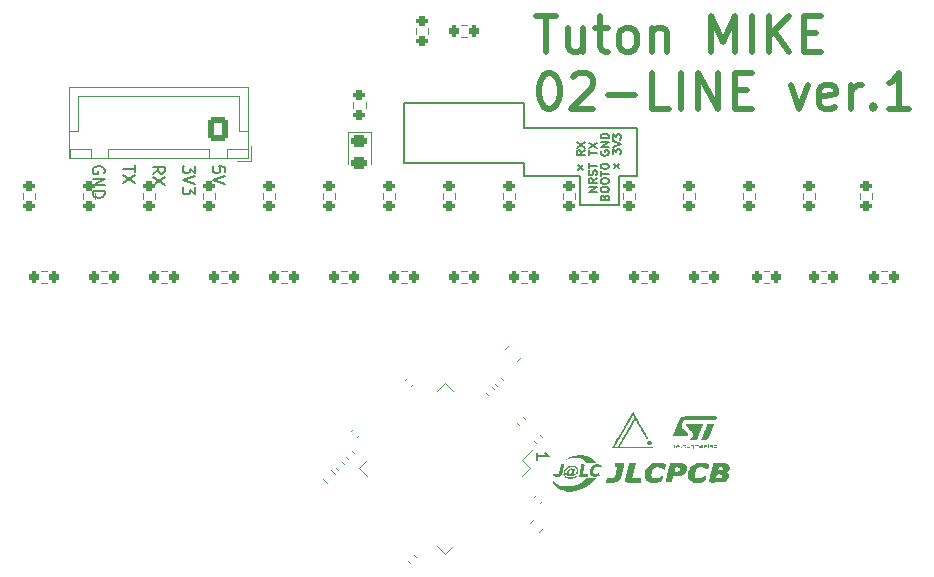
<source format=gbr>
%TF.GenerationSoftware,KiCad,Pcbnew,7.0.9*%
%TF.CreationDate,2024-12-19T18:12:44+09:00*%
%TF.ProjectId,02-LINE,30322d4c-494e-4452-9e6b-696361645f70,rev?*%
%TF.SameCoordinates,Original*%
%TF.FileFunction,Legend,Top*%
%TF.FilePolarity,Positive*%
%FSLAX46Y46*%
G04 Gerber Fmt 4.6, Leading zero omitted, Abs format (unit mm)*
G04 Created by KiCad (PCBNEW 7.0.9) date 2024-12-19 18:12:44*
%MOMM*%
%LPD*%
G01*
G04 APERTURE LIST*
G04 Aperture macros list*
%AMRoundRect*
0 Rectangle with rounded corners*
0 $1 Rounding radius*
0 $2 $3 $4 $5 $6 $7 $8 $9 X,Y pos of 4 corners*
0 Add a 4 corners polygon primitive as box body*
4,1,4,$2,$3,$4,$5,$6,$7,$8,$9,$2,$3,0*
0 Add four circle primitives for the rounded corners*
1,1,$1+$1,$2,$3*
1,1,$1+$1,$4,$5*
1,1,$1+$1,$6,$7*
1,1,$1+$1,$8,$9*
0 Add four rect primitives between the rounded corners*
20,1,$1+$1,$2,$3,$4,$5,0*
20,1,$1+$1,$4,$5,$6,$7,0*
20,1,$1+$1,$6,$7,$8,$9,0*
20,1,$1+$1,$8,$9,$2,$3,0*%
G04 Aperture macros list end*
%ADD10C,0.150000*%
%ADD11C,0.500000*%
%ADD12C,0.120000*%
%ADD13RoundRect,0.200000X0.275000X-0.200000X0.275000X0.200000X-0.275000X0.200000X-0.275000X-0.200000X0*%
%ADD14RoundRect,0.140000X0.021213X-0.219203X0.219203X-0.021213X-0.021213X0.219203X-0.219203X0.021213X0*%
%ADD15RoundRect,0.250000X-0.132583X0.503814X-0.503814X0.132583X0.132583X-0.503814X0.503814X-0.132583X0*%
%ADD16RoundRect,0.140000X-0.219203X-0.021213X-0.021213X-0.219203X0.219203X0.021213X0.021213X0.219203X0*%
%ADD17RoundRect,0.200000X0.200000X0.275000X-0.200000X0.275000X-0.200000X-0.275000X0.200000X-0.275000X0*%
%ADD18RoundRect,0.200000X-0.275000X0.200000X-0.275000X-0.200000X0.275000X-0.200000X0.275000X0.200000X0*%
%ADD19RoundRect,0.075000X0.441942X0.548008X-0.548008X-0.441942X-0.441942X-0.548008X0.548008X0.441942X0*%
%ADD20RoundRect,0.075000X-0.441942X0.548008X-0.548008X0.441942X0.441942X-0.548008X0.548008X-0.441942X0*%
%ADD21RoundRect,0.140000X0.219203X0.021213X0.021213X0.219203X-0.219203X-0.021213X-0.021213X-0.219203X0*%
%ADD22C,3.200000*%
%ADD23RoundRect,0.200000X0.053033X-0.335876X0.335876X-0.053033X-0.053033X0.335876X-0.335876X0.053033X0*%
%ADD24RoundRect,0.243750X-0.456250X0.243750X-0.456250X-0.243750X0.456250X-0.243750X0.456250X0.243750X0*%
%ADD25RoundRect,0.250000X0.600000X0.725000X-0.600000X0.725000X-0.600000X-0.725000X0.600000X-0.725000X0*%
%ADD26O,1.700000X1.950000*%
%ADD27RoundRect,0.200000X0.335876X0.053033X0.053033X0.335876X-0.335876X-0.053033X-0.053033X-0.335876X0*%
%ADD28RoundRect,0.140000X-0.021213X0.219203X-0.219203X0.021213X0.021213X-0.219203X0.219203X-0.021213X0*%
%ADD29C,1.524000*%
%ADD30R,1.700000X1.700000*%
%ADD31O,1.700000X1.700000*%
G04 APERTURE END LIST*
D10*
X154940000Y-103886000D02*
X154940000Y-105029000D01*
X164465000Y-105029000D02*
X162941000Y-105029000D01*
X159639000Y-105029000D02*
X154940000Y-105029000D01*
X164465000Y-100965000D02*
X164465000Y-105029000D01*
X154940000Y-98806000D02*
X144780000Y-98806000D01*
X144780000Y-103886000D02*
X154940000Y-103886000D01*
X144780000Y-98806000D02*
X144780000Y-103886000D01*
X162941000Y-105029000D02*
X162941000Y-107442000D01*
X159639000Y-107442000D02*
X159639000Y-105029000D01*
X154940000Y-100965000D02*
X164465000Y-100965000D01*
X162941000Y-107442000D02*
X159639000Y-107442000D01*
X154940000Y-100965000D02*
X154940000Y-98806000D01*
X160082033Y-102839649D02*
X159748700Y-103072982D01*
X160082033Y-103239649D02*
X159382033Y-103239649D01*
X159382033Y-103239649D02*
X159382033Y-102972982D01*
X159382033Y-102972982D02*
X159415366Y-102906316D01*
X159415366Y-102906316D02*
X159448700Y-102872982D01*
X159448700Y-102872982D02*
X159515366Y-102839649D01*
X159515366Y-102839649D02*
X159615366Y-102839649D01*
X159615366Y-102839649D02*
X159682033Y-102872982D01*
X159682033Y-102872982D02*
X159715366Y-102906316D01*
X159715366Y-102906316D02*
X159748700Y-102972982D01*
X159748700Y-102972982D02*
X159748700Y-103239649D01*
X159382033Y-102606316D02*
X160082033Y-102139649D01*
X159382033Y-102139649D02*
X160082033Y-102606316D01*
X159955033Y-104451351D02*
X159488366Y-104084684D01*
X159488366Y-104451351D02*
X159955033Y-104084684D01*
X161747366Y-106824350D02*
X161780700Y-106724350D01*
X161780700Y-106724350D02*
X161814033Y-106691016D01*
X161814033Y-106691016D02*
X161880700Y-106657683D01*
X161880700Y-106657683D02*
X161980700Y-106657683D01*
X161980700Y-106657683D02*
X162047366Y-106691016D01*
X162047366Y-106691016D02*
X162080700Y-106724350D01*
X162080700Y-106724350D02*
X162114033Y-106791016D01*
X162114033Y-106791016D02*
X162114033Y-107057683D01*
X162114033Y-107057683D02*
X161414033Y-107057683D01*
X161414033Y-107057683D02*
X161414033Y-106824350D01*
X161414033Y-106824350D02*
X161447366Y-106757683D01*
X161447366Y-106757683D02*
X161480700Y-106724350D01*
X161480700Y-106724350D02*
X161547366Y-106691016D01*
X161547366Y-106691016D02*
X161614033Y-106691016D01*
X161614033Y-106691016D02*
X161680700Y-106724350D01*
X161680700Y-106724350D02*
X161714033Y-106757683D01*
X161714033Y-106757683D02*
X161747366Y-106824350D01*
X161747366Y-106824350D02*
X161747366Y-107057683D01*
X161414033Y-106224350D02*
X161414033Y-106091016D01*
X161414033Y-106091016D02*
X161447366Y-106024350D01*
X161447366Y-106024350D02*
X161514033Y-105957683D01*
X161514033Y-105957683D02*
X161647366Y-105924350D01*
X161647366Y-105924350D02*
X161880700Y-105924350D01*
X161880700Y-105924350D02*
X162014033Y-105957683D01*
X162014033Y-105957683D02*
X162080700Y-106024350D01*
X162080700Y-106024350D02*
X162114033Y-106091016D01*
X162114033Y-106091016D02*
X162114033Y-106224350D01*
X162114033Y-106224350D02*
X162080700Y-106291016D01*
X162080700Y-106291016D02*
X162014033Y-106357683D01*
X162014033Y-106357683D02*
X161880700Y-106391016D01*
X161880700Y-106391016D02*
X161647366Y-106391016D01*
X161647366Y-106391016D02*
X161514033Y-106357683D01*
X161514033Y-106357683D02*
X161447366Y-106291016D01*
X161447366Y-106291016D02*
X161414033Y-106224350D01*
X161414033Y-105491017D02*
X161414033Y-105357683D01*
X161414033Y-105357683D02*
X161447366Y-105291017D01*
X161447366Y-105291017D02*
X161514033Y-105224350D01*
X161514033Y-105224350D02*
X161647366Y-105191017D01*
X161647366Y-105191017D02*
X161880700Y-105191017D01*
X161880700Y-105191017D02*
X162014033Y-105224350D01*
X162014033Y-105224350D02*
X162080700Y-105291017D01*
X162080700Y-105291017D02*
X162114033Y-105357683D01*
X162114033Y-105357683D02*
X162114033Y-105491017D01*
X162114033Y-105491017D02*
X162080700Y-105557683D01*
X162080700Y-105557683D02*
X162014033Y-105624350D01*
X162014033Y-105624350D02*
X161880700Y-105657683D01*
X161880700Y-105657683D02*
X161647366Y-105657683D01*
X161647366Y-105657683D02*
X161514033Y-105624350D01*
X161514033Y-105624350D02*
X161447366Y-105557683D01*
X161447366Y-105557683D02*
X161414033Y-105491017D01*
X161414033Y-104991017D02*
X161414033Y-104591017D01*
X162114033Y-104791017D02*
X161414033Y-104791017D01*
X161414033Y-104224351D02*
X161414033Y-104157684D01*
X161414033Y-104157684D02*
X161447366Y-104091017D01*
X161447366Y-104091017D02*
X161480700Y-104057684D01*
X161480700Y-104057684D02*
X161547366Y-104024351D01*
X161547366Y-104024351D02*
X161680700Y-103991017D01*
X161680700Y-103991017D02*
X161847366Y-103991017D01*
X161847366Y-103991017D02*
X161980700Y-104024351D01*
X161980700Y-104024351D02*
X162047366Y-104057684D01*
X162047366Y-104057684D02*
X162080700Y-104091017D01*
X162080700Y-104091017D02*
X162114033Y-104157684D01*
X162114033Y-104157684D02*
X162114033Y-104224351D01*
X162114033Y-104224351D02*
X162080700Y-104291017D01*
X162080700Y-104291017D02*
X162047366Y-104324351D01*
X162047366Y-104324351D02*
X161980700Y-104357684D01*
X161980700Y-104357684D02*
X161847366Y-104391017D01*
X161847366Y-104391017D02*
X161680700Y-104391017D01*
X161680700Y-104391017D02*
X161547366Y-104357684D01*
X161547366Y-104357684D02*
X161480700Y-104324351D01*
X161480700Y-104324351D02*
X161447366Y-104291017D01*
X161447366Y-104291017D02*
X161414033Y-104224351D01*
X161447366Y-102872982D02*
X161414033Y-102939649D01*
X161414033Y-102939649D02*
X161414033Y-103039649D01*
X161414033Y-103039649D02*
X161447366Y-103139649D01*
X161447366Y-103139649D02*
X161514033Y-103206316D01*
X161514033Y-103206316D02*
X161580700Y-103239649D01*
X161580700Y-103239649D02*
X161714033Y-103272982D01*
X161714033Y-103272982D02*
X161814033Y-103272982D01*
X161814033Y-103272982D02*
X161947366Y-103239649D01*
X161947366Y-103239649D02*
X162014033Y-103206316D01*
X162014033Y-103206316D02*
X162080700Y-103139649D01*
X162080700Y-103139649D02*
X162114033Y-103039649D01*
X162114033Y-103039649D02*
X162114033Y-102972982D01*
X162114033Y-102972982D02*
X162080700Y-102872982D01*
X162080700Y-102872982D02*
X162047366Y-102839649D01*
X162047366Y-102839649D02*
X161814033Y-102839649D01*
X161814033Y-102839649D02*
X161814033Y-102972982D01*
X162114033Y-102539649D02*
X161414033Y-102539649D01*
X161414033Y-102539649D02*
X162114033Y-102139649D01*
X162114033Y-102139649D02*
X161414033Y-102139649D01*
X162114033Y-101806316D02*
X161414033Y-101806316D01*
X161414033Y-101806316D02*
X161414033Y-101639649D01*
X161414033Y-101639649D02*
X161447366Y-101539649D01*
X161447366Y-101539649D02*
X161514033Y-101472983D01*
X161514033Y-101472983D02*
X161580700Y-101439649D01*
X161580700Y-101439649D02*
X161714033Y-101406316D01*
X161714033Y-101406316D02*
X161814033Y-101406316D01*
X161814033Y-101406316D02*
X161947366Y-101439649D01*
X161947366Y-101439649D02*
X162014033Y-101472983D01*
X162014033Y-101472983D02*
X162080700Y-101539649D01*
X162080700Y-101539649D02*
X162114033Y-101639649D01*
X162114033Y-101639649D02*
X162114033Y-101806316D01*
D11*
X155935661Y-91471857D02*
X157649947Y-91471857D01*
X156792804Y-94471857D02*
X156792804Y-91471857D01*
X159935661Y-92471857D02*
X159935661Y-94471857D01*
X158649946Y-92471857D02*
X158649946Y-94043285D01*
X158649946Y-94043285D02*
X158792803Y-94329000D01*
X158792803Y-94329000D02*
X159078518Y-94471857D01*
X159078518Y-94471857D02*
X159507089Y-94471857D01*
X159507089Y-94471857D02*
X159792803Y-94329000D01*
X159792803Y-94329000D02*
X159935661Y-94186142D01*
X160935661Y-92471857D02*
X162078518Y-92471857D01*
X161364232Y-91471857D02*
X161364232Y-94043285D01*
X161364232Y-94043285D02*
X161507089Y-94329000D01*
X161507089Y-94329000D02*
X161792804Y-94471857D01*
X161792804Y-94471857D02*
X162078518Y-94471857D01*
X163507090Y-94471857D02*
X163221375Y-94329000D01*
X163221375Y-94329000D02*
X163078518Y-94186142D01*
X163078518Y-94186142D02*
X162935661Y-93900428D01*
X162935661Y-93900428D02*
X162935661Y-93043285D01*
X162935661Y-93043285D02*
X163078518Y-92757571D01*
X163078518Y-92757571D02*
X163221375Y-92614714D01*
X163221375Y-92614714D02*
X163507090Y-92471857D01*
X163507090Y-92471857D02*
X163935661Y-92471857D01*
X163935661Y-92471857D02*
X164221375Y-92614714D01*
X164221375Y-92614714D02*
X164364233Y-92757571D01*
X164364233Y-92757571D02*
X164507090Y-93043285D01*
X164507090Y-93043285D02*
X164507090Y-93900428D01*
X164507090Y-93900428D02*
X164364233Y-94186142D01*
X164364233Y-94186142D02*
X164221375Y-94329000D01*
X164221375Y-94329000D02*
X163935661Y-94471857D01*
X163935661Y-94471857D02*
X163507090Y-94471857D01*
X165792804Y-92471857D02*
X165792804Y-94471857D01*
X165792804Y-92757571D02*
X165935661Y-92614714D01*
X165935661Y-92614714D02*
X166221376Y-92471857D01*
X166221376Y-92471857D02*
X166649947Y-92471857D01*
X166649947Y-92471857D02*
X166935661Y-92614714D01*
X166935661Y-92614714D02*
X167078519Y-92900428D01*
X167078519Y-92900428D02*
X167078519Y-94471857D01*
X170792804Y-94471857D02*
X170792804Y-91471857D01*
X170792804Y-91471857D02*
X171792804Y-93614714D01*
X171792804Y-93614714D02*
X172792804Y-91471857D01*
X172792804Y-91471857D02*
X172792804Y-94471857D01*
X174221375Y-94471857D02*
X174221375Y-91471857D01*
X175649946Y-94471857D02*
X175649946Y-91471857D01*
X177364232Y-94471857D02*
X176078518Y-92757571D01*
X177364232Y-91471857D02*
X175649946Y-93186142D01*
X178649946Y-92900428D02*
X179649946Y-92900428D01*
X180078518Y-94471857D02*
X178649946Y-94471857D01*
X178649946Y-94471857D02*
X178649946Y-91471857D01*
X178649946Y-91471857D02*
X180078518Y-91471857D01*
X156935661Y-96301857D02*
X157221375Y-96301857D01*
X157221375Y-96301857D02*
X157507089Y-96444714D01*
X157507089Y-96444714D02*
X157649947Y-96587571D01*
X157649947Y-96587571D02*
X157792804Y-96873285D01*
X157792804Y-96873285D02*
X157935661Y-97444714D01*
X157935661Y-97444714D02*
X157935661Y-98159000D01*
X157935661Y-98159000D02*
X157792804Y-98730428D01*
X157792804Y-98730428D02*
X157649947Y-99016142D01*
X157649947Y-99016142D02*
X157507089Y-99159000D01*
X157507089Y-99159000D02*
X157221375Y-99301857D01*
X157221375Y-99301857D02*
X156935661Y-99301857D01*
X156935661Y-99301857D02*
X156649947Y-99159000D01*
X156649947Y-99159000D02*
X156507089Y-99016142D01*
X156507089Y-99016142D02*
X156364232Y-98730428D01*
X156364232Y-98730428D02*
X156221375Y-98159000D01*
X156221375Y-98159000D02*
X156221375Y-97444714D01*
X156221375Y-97444714D02*
X156364232Y-96873285D01*
X156364232Y-96873285D02*
X156507089Y-96587571D01*
X156507089Y-96587571D02*
X156649947Y-96444714D01*
X156649947Y-96444714D02*
X156935661Y-96301857D01*
X159078518Y-96587571D02*
X159221375Y-96444714D01*
X159221375Y-96444714D02*
X159507090Y-96301857D01*
X159507090Y-96301857D02*
X160221375Y-96301857D01*
X160221375Y-96301857D02*
X160507090Y-96444714D01*
X160507090Y-96444714D02*
X160649947Y-96587571D01*
X160649947Y-96587571D02*
X160792804Y-96873285D01*
X160792804Y-96873285D02*
X160792804Y-97159000D01*
X160792804Y-97159000D02*
X160649947Y-97587571D01*
X160649947Y-97587571D02*
X158935661Y-99301857D01*
X158935661Y-99301857D02*
X160792804Y-99301857D01*
X162078518Y-98159000D02*
X164364233Y-98159000D01*
X167221376Y-99301857D02*
X165792804Y-99301857D01*
X165792804Y-99301857D02*
X165792804Y-96301857D01*
X168221375Y-99301857D02*
X168221375Y-96301857D01*
X169649946Y-99301857D02*
X169649946Y-96301857D01*
X169649946Y-96301857D02*
X171364232Y-99301857D01*
X171364232Y-99301857D02*
X171364232Y-96301857D01*
X172792803Y-97730428D02*
X173792803Y-97730428D01*
X174221375Y-99301857D02*
X172792803Y-99301857D01*
X172792803Y-99301857D02*
X172792803Y-96301857D01*
X172792803Y-96301857D02*
X174221375Y-96301857D01*
X177507089Y-97301857D02*
X178221375Y-99301857D01*
X178221375Y-99301857D02*
X178935660Y-97301857D01*
X181221374Y-99159000D02*
X180935660Y-99301857D01*
X180935660Y-99301857D02*
X180364232Y-99301857D01*
X180364232Y-99301857D02*
X180078517Y-99159000D01*
X180078517Y-99159000D02*
X179935660Y-98873285D01*
X179935660Y-98873285D02*
X179935660Y-97730428D01*
X179935660Y-97730428D02*
X180078517Y-97444714D01*
X180078517Y-97444714D02*
X180364232Y-97301857D01*
X180364232Y-97301857D02*
X180935660Y-97301857D01*
X180935660Y-97301857D02*
X181221374Y-97444714D01*
X181221374Y-97444714D02*
X181364232Y-97730428D01*
X181364232Y-97730428D02*
X181364232Y-98016142D01*
X181364232Y-98016142D02*
X179935660Y-98301857D01*
X182649946Y-99301857D02*
X182649946Y-97301857D01*
X182649946Y-97873285D02*
X182792803Y-97587571D01*
X182792803Y-97587571D02*
X182935661Y-97444714D01*
X182935661Y-97444714D02*
X183221375Y-97301857D01*
X183221375Y-97301857D02*
X183507089Y-97301857D01*
X184507089Y-99016142D02*
X184649946Y-99159000D01*
X184649946Y-99159000D02*
X184507089Y-99301857D01*
X184507089Y-99301857D02*
X184364232Y-99159000D01*
X184364232Y-99159000D02*
X184507089Y-99016142D01*
X184507089Y-99016142D02*
X184507089Y-99301857D01*
X187507089Y-99301857D02*
X185792803Y-99301857D01*
X186649946Y-99301857D02*
X186649946Y-96301857D01*
X186649946Y-96301857D02*
X186364232Y-96730428D01*
X186364232Y-96730428D02*
X186078517Y-97016142D01*
X186078517Y-97016142D02*
X185792803Y-97159000D01*
D10*
X163003033Y-104324351D02*
X162536366Y-103957684D01*
X162536366Y-104324351D02*
X163003033Y-103957684D01*
X119369561Y-104746588D02*
X119417180Y-104651350D01*
X119417180Y-104651350D02*
X119417180Y-104508493D01*
X119417180Y-104508493D02*
X119369561Y-104365636D01*
X119369561Y-104365636D02*
X119274323Y-104270398D01*
X119274323Y-104270398D02*
X119179085Y-104222779D01*
X119179085Y-104222779D02*
X118988609Y-104175160D01*
X118988609Y-104175160D02*
X118845752Y-104175160D01*
X118845752Y-104175160D02*
X118655276Y-104222779D01*
X118655276Y-104222779D02*
X118560038Y-104270398D01*
X118560038Y-104270398D02*
X118464800Y-104365636D01*
X118464800Y-104365636D02*
X118417180Y-104508493D01*
X118417180Y-104508493D02*
X118417180Y-104603731D01*
X118417180Y-104603731D02*
X118464800Y-104746588D01*
X118464800Y-104746588D02*
X118512419Y-104794207D01*
X118512419Y-104794207D02*
X118845752Y-104794207D01*
X118845752Y-104794207D02*
X118845752Y-104603731D01*
X118417180Y-105222779D02*
X119417180Y-105222779D01*
X119417180Y-105222779D02*
X118417180Y-105794207D01*
X118417180Y-105794207D02*
X119417180Y-105794207D01*
X118417180Y-106270398D02*
X119417180Y-106270398D01*
X119417180Y-106270398D02*
X119417180Y-106508493D01*
X119417180Y-106508493D02*
X119369561Y-106651350D01*
X119369561Y-106651350D02*
X119274323Y-106746588D01*
X119274323Y-106746588D02*
X119179085Y-106794207D01*
X119179085Y-106794207D02*
X118988609Y-106841826D01*
X118988609Y-106841826D02*
X118845752Y-106841826D01*
X118845752Y-106841826D02*
X118655276Y-106794207D01*
X118655276Y-106794207D02*
X118560038Y-106746588D01*
X118560038Y-106746588D02*
X118464800Y-106651350D01*
X118464800Y-106651350D02*
X118417180Y-106508493D01*
X118417180Y-106508493D02*
X118417180Y-106270398D01*
X162430033Y-103179316D02*
X162430033Y-102745982D01*
X162430033Y-102745982D02*
X162696700Y-102979316D01*
X162696700Y-102979316D02*
X162696700Y-102879316D01*
X162696700Y-102879316D02*
X162730033Y-102812649D01*
X162730033Y-102812649D02*
X162763366Y-102779316D01*
X162763366Y-102779316D02*
X162830033Y-102745982D01*
X162830033Y-102745982D02*
X162996700Y-102745982D01*
X162996700Y-102745982D02*
X163063366Y-102779316D01*
X163063366Y-102779316D02*
X163096700Y-102812649D01*
X163096700Y-102812649D02*
X163130033Y-102879316D01*
X163130033Y-102879316D02*
X163130033Y-103079316D01*
X163130033Y-103079316D02*
X163096700Y-103145982D01*
X163096700Y-103145982D02*
X163063366Y-103179316D01*
X162430033Y-102545982D02*
X163130033Y-102312649D01*
X163130033Y-102312649D02*
X162430033Y-102079315D01*
X162430033Y-101912649D02*
X162430033Y-101479315D01*
X162430033Y-101479315D02*
X162696700Y-101712649D01*
X162696700Y-101712649D02*
X162696700Y-101612649D01*
X162696700Y-101612649D02*
X162730033Y-101545982D01*
X162730033Y-101545982D02*
X162763366Y-101512649D01*
X162763366Y-101512649D02*
X162830033Y-101479315D01*
X162830033Y-101479315D02*
X162996700Y-101479315D01*
X162996700Y-101479315D02*
X163063366Y-101512649D01*
X163063366Y-101512649D02*
X163096700Y-101545982D01*
X163096700Y-101545982D02*
X163130033Y-101612649D01*
X163130033Y-101612649D02*
X163130033Y-101812649D01*
X163130033Y-101812649D02*
X163096700Y-101879315D01*
X163096700Y-101879315D02*
X163063366Y-101912649D01*
X160398033Y-103212649D02*
X160398033Y-102812649D01*
X161098033Y-103012649D02*
X160398033Y-103012649D01*
X160398033Y-102645983D02*
X161098033Y-102179316D01*
X160398033Y-102179316D02*
X161098033Y-102645983D01*
X129577180Y-104698969D02*
X129577180Y-104222779D01*
X129577180Y-104222779D02*
X129100990Y-104175160D01*
X129100990Y-104175160D02*
X129148609Y-104222779D01*
X129148609Y-104222779D02*
X129196228Y-104318017D01*
X129196228Y-104318017D02*
X129196228Y-104556112D01*
X129196228Y-104556112D02*
X129148609Y-104651350D01*
X129148609Y-104651350D02*
X129100990Y-104698969D01*
X129100990Y-104698969D02*
X129005752Y-104746588D01*
X129005752Y-104746588D02*
X128767657Y-104746588D01*
X128767657Y-104746588D02*
X128672419Y-104698969D01*
X128672419Y-104698969D02*
X128624800Y-104651350D01*
X128624800Y-104651350D02*
X128577180Y-104556112D01*
X128577180Y-104556112D02*
X128577180Y-104318017D01*
X128577180Y-104318017D02*
X128624800Y-104222779D01*
X128624800Y-104222779D02*
X128672419Y-104175160D01*
X129577180Y-105032303D02*
X128577180Y-105365636D01*
X128577180Y-105365636D02*
X129577180Y-105698969D01*
X121957180Y-104079922D02*
X121957180Y-104651350D01*
X120957180Y-104365636D02*
X121957180Y-104365636D01*
X121957180Y-104889446D02*
X120957180Y-105556112D01*
X121957180Y-105556112D02*
X120957180Y-104889446D01*
X156009180Y-129003588D02*
X156009180Y-128432160D01*
X156009180Y-128717874D02*
X157009180Y-128717874D01*
X157009180Y-128717874D02*
X156866323Y-128622636D01*
X156866323Y-128622636D02*
X156771085Y-128527398D01*
X156771085Y-128527398D02*
X156723466Y-128432160D01*
X127037180Y-104127541D02*
X127037180Y-104746588D01*
X127037180Y-104746588D02*
X126656228Y-104413255D01*
X126656228Y-104413255D02*
X126656228Y-104556112D01*
X126656228Y-104556112D02*
X126608609Y-104651350D01*
X126608609Y-104651350D02*
X126560990Y-104698969D01*
X126560990Y-104698969D02*
X126465752Y-104746588D01*
X126465752Y-104746588D02*
X126227657Y-104746588D01*
X126227657Y-104746588D02*
X126132419Y-104698969D01*
X126132419Y-104698969D02*
X126084800Y-104651350D01*
X126084800Y-104651350D02*
X126037180Y-104556112D01*
X126037180Y-104556112D02*
X126037180Y-104270398D01*
X126037180Y-104270398D02*
X126084800Y-104175160D01*
X126084800Y-104175160D02*
X126132419Y-104127541D01*
X127037180Y-105032303D02*
X126037180Y-105365636D01*
X126037180Y-105365636D02*
X127037180Y-105698969D01*
X127037180Y-105937065D02*
X127037180Y-106556112D01*
X127037180Y-106556112D02*
X126656228Y-106222779D01*
X126656228Y-106222779D02*
X126656228Y-106365636D01*
X126656228Y-106365636D02*
X126608609Y-106460874D01*
X126608609Y-106460874D02*
X126560990Y-106508493D01*
X126560990Y-106508493D02*
X126465752Y-106556112D01*
X126465752Y-106556112D02*
X126227657Y-106556112D01*
X126227657Y-106556112D02*
X126132419Y-106508493D01*
X126132419Y-106508493D02*
X126084800Y-106460874D01*
X126084800Y-106460874D02*
X126037180Y-106365636D01*
X126037180Y-106365636D02*
X126037180Y-106079922D01*
X126037180Y-106079922D02*
X126084800Y-105984684D01*
X126084800Y-105984684D02*
X126132419Y-105937065D01*
X123497180Y-104794207D02*
X123973371Y-104460874D01*
X123497180Y-104222779D02*
X124497180Y-104222779D01*
X124497180Y-104222779D02*
X124497180Y-104603731D01*
X124497180Y-104603731D02*
X124449561Y-104698969D01*
X124449561Y-104698969D02*
X124401942Y-104746588D01*
X124401942Y-104746588D02*
X124306704Y-104794207D01*
X124306704Y-104794207D02*
X124163847Y-104794207D01*
X124163847Y-104794207D02*
X124068609Y-104746588D01*
X124068609Y-104746588D02*
X124020990Y-104698969D01*
X124020990Y-104698969D02*
X123973371Y-104603731D01*
X123973371Y-104603731D02*
X123973371Y-104222779D01*
X124497180Y-105127541D02*
X123497180Y-105794207D01*
X124497180Y-105794207D02*
X123497180Y-105127541D01*
X161098033Y-106324350D02*
X160398033Y-106324350D01*
X160398033Y-106324350D02*
X161098033Y-105924350D01*
X161098033Y-105924350D02*
X160398033Y-105924350D01*
X161098033Y-105191017D02*
X160764700Y-105424350D01*
X161098033Y-105591017D02*
X160398033Y-105591017D01*
X160398033Y-105591017D02*
X160398033Y-105324350D01*
X160398033Y-105324350D02*
X160431366Y-105257684D01*
X160431366Y-105257684D02*
X160464700Y-105224350D01*
X160464700Y-105224350D02*
X160531366Y-105191017D01*
X160531366Y-105191017D02*
X160631366Y-105191017D01*
X160631366Y-105191017D02*
X160698033Y-105224350D01*
X160698033Y-105224350D02*
X160731366Y-105257684D01*
X160731366Y-105257684D02*
X160764700Y-105324350D01*
X160764700Y-105324350D02*
X160764700Y-105591017D01*
X161064700Y-104924350D02*
X161098033Y-104824350D01*
X161098033Y-104824350D02*
X161098033Y-104657684D01*
X161098033Y-104657684D02*
X161064700Y-104591017D01*
X161064700Y-104591017D02*
X161031366Y-104557684D01*
X161031366Y-104557684D02*
X160964700Y-104524350D01*
X160964700Y-104524350D02*
X160898033Y-104524350D01*
X160898033Y-104524350D02*
X160831366Y-104557684D01*
X160831366Y-104557684D02*
X160798033Y-104591017D01*
X160798033Y-104591017D02*
X160764700Y-104657684D01*
X160764700Y-104657684D02*
X160731366Y-104791017D01*
X160731366Y-104791017D02*
X160698033Y-104857684D01*
X160698033Y-104857684D02*
X160664700Y-104891017D01*
X160664700Y-104891017D02*
X160598033Y-104924350D01*
X160598033Y-104924350D02*
X160531366Y-104924350D01*
X160531366Y-104924350D02*
X160464700Y-104891017D01*
X160464700Y-104891017D02*
X160431366Y-104857684D01*
X160431366Y-104857684D02*
X160398033Y-104791017D01*
X160398033Y-104791017D02*
X160398033Y-104624350D01*
X160398033Y-104624350D02*
X160431366Y-104524350D01*
X160398033Y-104324350D02*
X160398033Y-103924350D01*
X161098033Y-104124350D02*
X160398033Y-104124350D01*
D12*
%TO.C,R15*%
X148067500Y-106917258D02*
X148067500Y-106442742D01*
X149112500Y-106917258D02*
X149112500Y-106442742D01*
%TO.C,C8*%
X155763815Y-132138012D02*
X155916318Y-131985509D01*
X156272932Y-132647129D02*
X156425435Y-132494626D01*
%TO.C,FB1*%
X154680282Y-120359165D02*
X154359165Y-120680282D01*
X153640835Y-119319718D02*
X153319718Y-119640835D01*
%TO.C,C3*%
X156272932Y-126905509D02*
X156425435Y-127058012D01*
X155763815Y-127414626D02*
X155916318Y-127567129D01*
%TO.C,R21*%
X180514258Y-114060500D02*
X180039742Y-114060500D01*
X180514258Y-113015500D02*
X180039742Y-113015500D01*
%TO.C,R17*%
X160257258Y-114060500D02*
X159782742Y-114060500D01*
X160257258Y-113015500D02*
X159782742Y-113015500D01*
%TO.C,R25*%
X137907500Y-106917258D02*
X137907500Y-106442742D01*
X138952500Y-106917258D02*
X138952500Y-106442742D01*
%TO.C,R31*%
X146826500Y-92472742D02*
X146826500Y-92947258D01*
X145781500Y-92472742D02*
X145781500Y-92947258D01*
%TO.C,U1*%
X155447256Y-129757713D02*
X154775505Y-129085962D01*
X154775505Y-129085962D02*
X155723028Y-128138438D01*
X148220625Y-122531082D02*
X148892376Y-123202833D01*
X154775505Y-130429464D02*
X155447256Y-129757713D01*
X147548874Y-123202833D02*
X148220625Y-122531082D01*
X148892376Y-136312593D02*
X148220625Y-136984344D01*
X141665745Y-129085962D02*
X140993994Y-129757713D01*
X148220625Y-136984344D02*
X147548874Y-136312593D01*
X140993994Y-129757713D02*
X141665745Y-130429464D01*
%TO.C,R36*%
X124697258Y-114060500D02*
X124222742Y-114060500D01*
X124697258Y-113015500D02*
X124222742Y-113015500D01*
%TO.C,C10*%
X152614318Y-122741129D02*
X152461815Y-122588626D01*
X153123435Y-122232012D02*
X152970932Y-122079509D01*
%TO.C,R37*%
X119617258Y-114060500D02*
X119142742Y-114060500D01*
X119617258Y-113015500D02*
X119142742Y-113015500D01*
%TO.C,R20*%
X175688258Y-114060500D02*
X175213742Y-114060500D01*
X175688258Y-113015500D02*
X175213742Y-113015500D01*
%TO.C,R11*%
X168387500Y-106917258D02*
X168387500Y-106442742D01*
X169432500Y-106917258D02*
X169432500Y-106442742D01*
%TO.C,C1*%
X154507693Y-126060810D02*
X154355190Y-125908307D01*
X155016810Y-125551693D02*
X154864307Y-125399190D01*
%TO.C,R19*%
X170417258Y-114060500D02*
X169942742Y-114060500D01*
X170417258Y-113015500D02*
X169942742Y-113015500D01*
%TO.C,R10*%
X163307500Y-106917258D02*
X163307500Y-106442742D01*
X164352500Y-106917258D02*
X164352500Y-106442742D01*
%TO.C,R32*%
X145017258Y-114060500D02*
X144542742Y-114060500D01*
X145017258Y-113015500D02*
X144542742Y-113015500D01*
%TO.C,R14*%
X183373500Y-106917258D02*
X183373500Y-106442742D01*
X184418500Y-106917258D02*
X184418500Y-106442742D01*
%TO.C,C9*%
X151852318Y-123503129D02*
X151699815Y-123350626D01*
X152361435Y-122994012D02*
X152208932Y-122841509D01*
%TO.C,R29*%
X117587500Y-106917258D02*
X117587500Y-106442742D01*
X118632500Y-106917258D02*
X118632500Y-106442742D01*
%TO.C,G\u002A\u002A\u002A*%
G36*
X167541032Y-127676375D02*
G01*
X167542576Y-127685452D01*
X167528857Y-127711575D01*
X167520829Y-127715898D01*
X167503368Y-127707823D01*
X167499083Y-127685452D01*
X167507099Y-127657859D01*
X167520829Y-127655007D01*
X167541032Y-127676375D01*
G37*
G36*
X168241605Y-127958068D02*
G01*
X168269561Y-127981603D01*
X168278334Y-128015069D01*
X168276186Y-128023350D01*
X168252234Y-128045186D01*
X168215695Y-128050561D01*
X168189174Y-128039197D01*
X168177380Y-128006901D01*
X168187901Y-127971947D01*
X168206760Y-127956332D01*
X168241605Y-127958068D01*
G37*
G36*
X167544598Y-127767967D02*
G01*
X167549797Y-127796460D01*
X167551228Y-127850274D01*
X167551274Y-127873751D01*
X167553328Y-127942956D01*
X167560334Y-127983924D01*
X167573558Y-128003019D01*
X167577370Y-128004894D01*
X167602565Y-128021880D01*
X167597161Y-128037882D01*
X167565201Y-128048635D01*
X167533877Y-128050795D01*
X167485490Y-128046486D01*
X167465551Y-128032201D01*
X167464288Y-128024699D01*
X167478214Y-128001634D01*
X167490384Y-127998603D01*
X167506121Y-127990013D01*
X167514224Y-127959870D01*
X167516480Y-127902918D01*
X167514349Y-127845958D01*
X167506587Y-127816467D01*
X167491138Y-127807306D01*
X167488934Y-127807233D01*
X167468500Y-127799075D01*
X167471706Y-127781331D01*
X167493496Y-127764094D01*
X167513493Y-127758181D01*
X167533280Y-127757604D01*
X167544598Y-127767967D01*
G37*
G36*
X168968986Y-127771364D02*
G01*
X168975009Y-127816120D01*
X168977759Y-127882992D01*
X168977850Y-127899182D01*
X168977850Y-128043323D01*
X168884996Y-128047208D01*
X168822722Y-128046324D01*
X168783810Y-128035553D01*
X168763216Y-128019129D01*
X168749520Y-127989282D01*
X168739658Y-127940575D01*
X168734067Y-127882990D01*
X168733181Y-127826504D01*
X168737437Y-127781099D01*
X168747270Y-127756754D01*
X168751685Y-127755041D01*
X168761296Y-127770754D01*
X168767615Y-127811211D01*
X168769083Y-127848799D01*
X168777041Y-127927352D01*
X168799434Y-127981926D01*
X168834042Y-128009058D01*
X168871193Y-128008023D01*
X168911896Y-127977207D01*
X168935847Y-127915964D01*
X168943055Y-127832197D01*
X168946558Y-127785902D01*
X168955408Y-127758369D01*
X168960452Y-127755041D01*
X168968986Y-127771364D01*
G37*
G36*
X170335637Y-127762160D02*
G01*
X170382252Y-127782589D01*
X170409214Y-127824818D01*
X170420643Y-127893558D01*
X170421822Y-127937713D01*
X170418865Y-128006579D01*
X170411428Y-128042350D01*
X170401661Y-128044668D01*
X170391717Y-128013175D01*
X170383745Y-127947516D01*
X170383490Y-127944073D01*
X170374809Y-127874334D01*
X170359654Y-127831738D01*
X170343280Y-127813594D01*
X170307912Y-127793135D01*
X170280017Y-127797230D01*
X170247850Y-127824630D01*
X170225350Y-127858156D01*
X170214848Y-127907144D01*
X170213055Y-127955110D01*
X170210195Y-128007510D01*
X170202818Y-128042265D01*
X170195658Y-128050795D01*
X170187124Y-128034473D01*
X170181101Y-127989720D01*
X170178351Y-127922855D01*
X170178261Y-127906701D01*
X170178261Y-127762608D01*
X170265246Y-127758823D01*
X170335637Y-127762160D01*
G37*
G36*
X167354049Y-127669223D02*
G01*
X167366773Y-127677097D01*
X167373726Y-127698230D01*
X167376651Y-127739179D01*
X167377293Y-127806496D01*
X167377302Y-127831468D01*
X167378380Y-127911082D01*
X167382272Y-127962248D01*
X167389963Y-127991263D01*
X167402437Y-128004427D01*
X167404500Y-128005318D01*
X167424202Y-128020851D01*
X167415157Y-128036678D01*
X167383046Y-128048042D01*
X167350179Y-128050795D01*
X167305552Y-128044933D01*
X167290367Y-128026333D01*
X167290316Y-128024699D01*
X167304241Y-128001634D01*
X167316411Y-127998603D01*
X167329458Y-127992290D01*
X167337443Y-127969308D01*
X167341436Y-127923598D01*
X167342507Y-127850726D01*
X167341393Y-127776796D01*
X167337338Y-127731548D01*
X167329271Y-127708920D01*
X167316411Y-127702850D01*
X167293260Y-127693456D01*
X167290316Y-127685452D01*
X167305204Y-127672374D01*
X167333809Y-127668055D01*
X167354049Y-127669223D01*
G37*
G36*
X170556681Y-127682943D02*
G01*
X170561000Y-127711548D01*
X170569155Y-127745654D01*
X170595795Y-127755041D01*
X170624131Y-127765919D01*
X170630589Y-127781137D01*
X170616085Y-127802390D01*
X170595795Y-127807233D01*
X170577509Y-127810519D01*
X170567034Y-127825335D01*
X170562243Y-127859123D01*
X170561010Y-127919320D01*
X170561000Y-127929014D01*
X170558702Y-127991485D01*
X170552541Y-128034651D01*
X170543620Y-128050795D01*
X170543603Y-128050795D01*
X170534641Y-128034729D01*
X170528461Y-127991779D01*
X170526206Y-127931043D01*
X170525097Y-127867043D01*
X170520230Y-127829626D01*
X170509293Y-127810611D01*
X170489972Y-127801816D01*
X170489661Y-127801735D01*
X170466187Y-127785575D01*
X170470088Y-127765717D01*
X170498184Y-127755104D01*
X170501137Y-127755041D01*
X170521021Y-127739886D01*
X170526206Y-127711548D01*
X170532161Y-127678853D01*
X170543603Y-127668055D01*
X170556681Y-127682943D01*
G37*
G36*
X167765196Y-127666250D02*
G01*
X167771933Y-127687960D01*
X167750408Y-127712576D01*
X167729455Y-127735930D01*
X167738295Y-127748885D01*
X167756143Y-127768008D01*
X167758751Y-127793116D01*
X167744845Y-127807104D01*
X167742644Y-127807233D01*
X167733117Y-127822963D01*
X167726798Y-127863540D01*
X167725247Y-127902918D01*
X167728107Y-127955318D01*
X167735485Y-127990074D01*
X167742644Y-127998603D01*
X167758079Y-128012694D01*
X167760042Y-128024699D01*
X167746838Y-128044000D01*
X167704697Y-128050748D01*
X167699151Y-128050795D01*
X167654116Y-128045136D01*
X167638371Y-128027076D01*
X167638261Y-128024699D01*
X167647655Y-128001547D01*
X167655658Y-127998603D01*
X167665185Y-127982873D01*
X167671504Y-127942297D01*
X167673055Y-127902918D01*
X167670195Y-127850518D01*
X167662818Y-127815763D01*
X167655658Y-127807233D01*
X167639561Y-127795561D01*
X167645251Y-127767007D01*
X167660007Y-127744362D01*
X167704036Y-127692778D01*
X167733190Y-127665661D01*
X167752730Y-127659103D01*
X167765196Y-127666250D01*
G37*
G36*
X169823707Y-126018671D02*
G01*
X169916368Y-126019945D01*
X169984899Y-126022098D01*
X170031966Y-126025197D01*
X170060233Y-126029309D01*
X170072365Y-126034500D01*
X170073299Y-126036865D01*
X170066700Y-126057266D01*
X170048117Y-126106223D01*
X170018977Y-126180186D01*
X169980705Y-126275605D01*
X169934730Y-126388930D01*
X169882478Y-126516612D01*
X169825376Y-126655099D01*
X169805735Y-126702507D01*
X169538751Y-127346206D01*
X169246391Y-127350990D01*
X168954030Y-127355775D01*
X169025038Y-127304337D01*
X169125309Y-127213292D01*
X169193740Y-127108313D01*
X169230564Y-126988964D01*
X169237663Y-126902576D01*
X169235442Y-126843855D01*
X169226384Y-126791150D01*
X169207649Y-126740184D01*
X169176400Y-126686678D01*
X169129798Y-126626356D01*
X169065004Y-126554940D01*
X168979181Y-126468153D01*
X168895123Y-126386370D01*
X168621206Y-126122425D01*
X168647964Y-126073219D01*
X168674723Y-126024014D01*
X169374300Y-126019467D01*
X169555338Y-126018499D01*
X169704252Y-126018211D01*
X169823707Y-126018671D01*
G37*
G36*
X167973795Y-127762128D02*
G01*
X168042514Y-127791081D01*
X168087143Y-127844881D01*
X168100077Y-127881172D01*
X168111759Y-127929014D01*
X167988092Y-127929014D01*
X167915635Y-127931622D01*
X167876249Y-127940192D01*
X167868549Y-127955846D01*
X167891151Y-127979704D01*
X167909556Y-127992577D01*
X167941537Y-128010553D01*
X167967876Y-128011518D01*
X168004846Y-127995099D01*
X168014044Y-127990183D01*
X168059970Y-127970008D01*
X168082089Y-127969759D01*
X168077764Y-127987834D01*
X168053665Y-128014251D01*
X167996734Y-128045709D01*
X167932298Y-128048359D01*
X167871831Y-128022557D01*
X167854936Y-128008092D01*
X167818056Y-127950820D01*
X167814736Y-127889118D01*
X167828115Y-127861444D01*
X167868916Y-127861444D01*
X167898896Y-127872776D01*
X167959564Y-127876822D01*
X168014433Y-127875139D01*
X168041131Y-127868748D01*
X168046177Y-127855639D01*
X168044631Y-127850576D01*
X168017830Y-127823787D01*
X167972004Y-127811551D01*
X167920892Y-127816710D01*
X167906635Y-127822049D01*
X167871083Y-127844108D01*
X167868916Y-127861444D01*
X167828115Y-127861444D01*
X167844778Y-127826979D01*
X167865122Y-127803860D01*
X167904553Y-127769953D01*
X167938662Y-127758566D01*
X167973795Y-127762128D01*
G37*
G36*
X168648545Y-127769873D02*
G01*
X168659410Y-127813934D01*
X168664483Y-127882731D01*
X168664699Y-127902918D01*
X168661193Y-127978387D01*
X168651438Y-128028472D01*
X168636573Y-128050297D01*
X168617741Y-128040989D01*
X168612737Y-128033769D01*
X168596737Y-128022199D01*
X168587559Y-128031540D01*
X168563891Y-128043984D01*
X168520299Y-128050510D01*
X168508643Y-128050795D01*
X168455416Y-128043902D01*
X168415032Y-128017425D01*
X168396588Y-127997268D01*
X168359501Y-127935771D01*
X168357518Y-127895823D01*
X168404206Y-127895823D01*
X168416429Y-127946534D01*
X168447518Y-127989738D01*
X168491270Y-128014056D01*
X168508124Y-128016000D01*
X168545996Y-128004193D01*
X168577713Y-127981206D01*
X168609800Y-127929507D01*
X168609316Y-127876694D01*
X168577512Y-127829830D01*
X168547268Y-127809226D01*
X168497945Y-127800871D01*
X168447630Y-127819077D01*
X168417055Y-127848981D01*
X168404206Y-127895823D01*
X168357518Y-127895823D01*
X168356639Y-127878102D01*
X168388091Y-127821358D01*
X168402402Y-127805895D01*
X168460412Y-127766458D01*
X168522549Y-127754889D01*
X168577254Y-127771787D01*
X168605573Y-127777429D01*
X168614452Y-127769291D01*
X168633142Y-127753881D01*
X168648545Y-127769873D01*
G37*
G36*
X170032400Y-127768749D02*
G01*
X170083377Y-127803799D01*
X170117607Y-127851085D01*
X170126069Y-127887893D01*
X170124000Y-127909293D01*
X170112779Y-127921594D01*
X170084883Y-127927307D01*
X170032790Y-127928940D01*
X170002838Y-127929014D01*
X169931001Y-127932099D01*
X169892860Y-127941782D01*
X169887827Y-127958701D01*
X169915319Y-127983498D01*
X169939545Y-127998189D01*
X169972227Y-128013032D01*
X169998921Y-128009973D01*
X170035247Y-127986782D01*
X170039051Y-127983980D01*
X170083516Y-127956970D01*
X170110868Y-127950935D01*
X170116700Y-127964021D01*
X170096604Y-127994376D01*
X170087222Y-128004237D01*
X170027435Y-128042825D01*
X169961544Y-128051071D01*
X169898639Y-128028811D01*
X169873018Y-128008092D01*
X169837494Y-127951905D01*
X169830152Y-127890437D01*
X169838791Y-127861555D01*
X169882507Y-127861555D01*
X169898240Y-127869917D01*
X169938823Y-127875462D01*
X169978192Y-127876822D01*
X170030597Y-127874312D01*
X170065352Y-127867837D01*
X170073877Y-127861555D01*
X170058735Y-127834028D01*
X170022101Y-127811777D01*
X169978192Y-127802884D01*
X169933299Y-127812169D01*
X169897011Y-127834631D01*
X169882507Y-127861555D01*
X169838791Y-127861555D01*
X169847604Y-127832094D01*
X169886462Y-127785279D01*
X169943337Y-127758399D01*
X169975029Y-127755041D01*
X170032400Y-127768749D01*
G37*
G36*
X171277535Y-127673672D02*
G01*
X171285295Y-127694276D01*
X171289676Y-127735496D01*
X171291489Y-127802961D01*
X171291685Y-127849700D01*
X171289806Y-127940722D01*
X171284395Y-128005042D01*
X171275797Y-128039229D01*
X171272343Y-128043298D01*
X171247614Y-128042975D01*
X171241439Y-128036545D01*
X171219038Y-128027501D01*
X171204240Y-128034050D01*
X171145686Y-128052209D01*
X171083485Y-128041162D01*
X171028809Y-128003182D01*
X171023574Y-127997268D01*
X170986487Y-127935771D01*
X170985718Y-127920261D01*
X171031954Y-127920261D01*
X171054982Y-127969426D01*
X171065521Y-127981206D01*
X171103394Y-128007271D01*
X171135110Y-128016000D01*
X171172983Y-128004193D01*
X171204699Y-127981206D01*
X171235306Y-127930474D01*
X171232866Y-127877536D01*
X171197891Y-127829371D01*
X171193267Y-127825588D01*
X171142554Y-127801942D01*
X171095543Y-127806314D01*
X171057758Y-127831977D01*
X171034720Y-127872202D01*
X171031954Y-127920261D01*
X170985718Y-127920261D01*
X170983626Y-127878102D01*
X171015078Y-127821358D01*
X171029388Y-127805895D01*
X171090653Y-127764460D01*
X171156052Y-127756482D01*
X171205843Y-127773051D01*
X171228184Y-127781292D01*
X171237597Y-127768595D01*
X171239494Y-127729558D01*
X171245037Y-127684280D01*
X171262786Y-127668210D01*
X171265589Y-127668055D01*
X171277535Y-127673672D01*
G37*
G36*
X170860319Y-127769514D02*
G01*
X170908786Y-127806401D01*
X170938862Y-127855907D01*
X170943740Y-127884730D01*
X170942053Y-127907818D01*
X170931948Y-127921054D01*
X170905858Y-127927178D01*
X170856217Y-127928925D01*
X170821347Y-127929014D01*
X170757995Y-127929651D01*
X170723097Y-127932921D01*
X170710319Y-127940865D01*
X170713327Y-127955521D01*
X170716945Y-127962630D01*
X170753315Y-128000865D01*
X170801687Y-128008194D01*
X170856774Y-127983903D01*
X170859607Y-127981848D01*
X170903269Y-127955686D01*
X170929417Y-127951049D01*
X170933600Y-127965736D01*
X170911363Y-127997543D01*
X170904893Y-128004237D01*
X170850425Y-128039260D01*
X170787940Y-128050928D01*
X170730379Y-128037579D01*
X170716068Y-128028495D01*
X170674957Y-127980143D01*
X170650731Y-127919198D01*
X170647987Y-127894025D01*
X170657486Y-127865308D01*
X170711099Y-127865308D01*
X170729175Y-127873664D01*
X170772760Y-127876644D01*
X170796409Y-127876822D01*
X170848640Y-127874013D01*
X170883197Y-127866770D01*
X170891548Y-127859826D01*
X170878444Y-127838830D01*
X170850403Y-127815871D01*
X170802432Y-127800680D01*
X170753591Y-127809095D01*
X170717771Y-127837759D01*
X170711796Y-127849394D01*
X170711099Y-127865308D01*
X170657486Y-127865308D01*
X170663004Y-127848626D01*
X170700862Y-127803924D01*
X170750766Y-127769534D01*
X170801923Y-127755070D01*
X170804015Y-127755041D01*
X170860319Y-127769514D01*
G37*
G36*
X170843925Y-126014934D02*
G01*
X170917060Y-126017613D01*
X170973930Y-126022227D01*
X171007419Y-126028820D01*
X171013329Y-126033704D01*
X171006907Y-126053663D01*
X170988679Y-126101845D01*
X170960202Y-126174346D01*
X170923034Y-126267265D01*
X170878733Y-126376697D01*
X170828855Y-126498739D01*
X170792909Y-126586067D01*
X170732449Y-126732188D01*
X170683222Y-126849889D01*
X170643335Y-126942973D01*
X170610893Y-127015243D01*
X170584003Y-127070502D01*
X170560772Y-127112553D01*
X170539306Y-127145200D01*
X170517712Y-127172246D01*
X170494095Y-127197494D01*
X170482933Y-127208660D01*
X170404549Y-127275271D01*
X170322727Y-127319596D01*
X170228404Y-127344929D01*
X170112519Y-127354563D01*
X170080503Y-127354904D01*
X170013437Y-127353431D01*
X169960952Y-127349509D01*
X169931759Y-127343889D01*
X169928761Y-127341856D01*
X169933756Y-127324155D01*
X169950481Y-127278522D01*
X169977235Y-127209124D01*
X170012314Y-127120128D01*
X170054017Y-127015699D01*
X170100640Y-126900004D01*
X170150481Y-126777208D01*
X170201837Y-126651477D01*
X170253007Y-126526977D01*
X170302286Y-126407876D01*
X170347974Y-126298337D01*
X170388367Y-126202529D01*
X170421763Y-126124615D01*
X170446459Y-126068764D01*
X170460753Y-126039140D01*
X170461993Y-126037062D01*
X170483301Y-126029043D01*
X170531034Y-126022698D01*
X170598079Y-126018072D01*
X170677319Y-126015206D01*
X170761640Y-126014146D01*
X170843925Y-126014934D01*
G37*
G36*
X169700751Y-127760589D02*
G01*
X169747649Y-127788238D01*
X169760233Y-127801858D01*
X169783033Y-127840044D01*
X169792377Y-127886147D01*
X169791941Y-127944011D01*
X169784131Y-128010335D01*
X169771862Y-128044732D01*
X169758637Y-128046835D01*
X169747961Y-128016278D01*
X169743339Y-127952694D01*
X169743329Y-127949104D01*
X169738521Y-127873135D01*
X169723570Y-127826864D01*
X169715991Y-127817174D01*
X169690036Y-127794649D01*
X169667838Y-127793454D01*
X169637802Y-127807845D01*
X169618955Y-127823851D01*
X169608640Y-127852235D01*
X169604565Y-127901881D01*
X169604151Y-127938325D01*
X169602392Y-128001559D01*
X169596112Y-128036626D01*
X169583801Y-128050022D01*
X169578055Y-128050795D01*
X169563383Y-128043215D01*
X169555247Y-128016146D01*
X169552139Y-127963090D01*
X169551959Y-127938325D01*
X169550188Y-127874387D01*
X169543347Y-127836249D01*
X169529146Y-127815028D01*
X169518309Y-127807845D01*
X169484730Y-127792423D01*
X169463102Y-127796457D01*
X169440120Y-127817174D01*
X169421300Y-127854958D01*
X169413218Y-127921719D01*
X169412781Y-127947654D01*
X169410112Y-128002746D01*
X169403154Y-128040042D01*
X169395384Y-128050795D01*
X169386852Y-128034472D01*
X169380829Y-127989714D01*
X169378078Y-127922835D01*
X169377987Y-127906615D01*
X169377987Y-127762435D01*
X169450243Y-127759554D01*
X169504818Y-127762001D01*
X169549320Y-127771685D01*
X169556494Y-127774866D01*
X169592571Y-127783692D01*
X169609498Y-127774050D01*
X169650443Y-127755074D01*
X169700751Y-127760589D01*
G37*
G36*
X169306819Y-127771460D02*
G01*
X169317735Y-127808255D01*
X169324590Y-127860114D01*
X169326698Y-127920479D01*
X169323375Y-127982793D01*
X169313933Y-128040498D01*
X169306568Y-128065963D01*
X169271664Y-128121215D01*
X169219456Y-128151606D01*
X169158453Y-128155609D01*
X169097160Y-128131697D01*
X169068889Y-128108621D01*
X169043045Y-128073028D01*
X169044737Y-128053231D01*
X169068164Y-128055062D01*
X169100061Y-128077280D01*
X169146942Y-128102009D01*
X169198943Y-128104591D01*
X169241943Y-128085172D01*
X169250500Y-128075740D01*
X169271124Y-128039918D01*
X169267470Y-128024601D01*
X169240237Y-128032633D01*
X169239952Y-128032785D01*
X169177249Y-128050852D01*
X169119526Y-128041175D01*
X169071360Y-128010165D01*
X169037328Y-127964229D01*
X169024694Y-127919320D01*
X169067850Y-127919320D01*
X169089550Y-127967822D01*
X169120999Y-127994598D01*
X169170430Y-128012413D01*
X169207098Y-128006390D01*
X169239863Y-127980152D01*
X169267684Y-127931414D01*
X169264129Y-127878435D01*
X169230310Y-127829426D01*
X169218058Y-127819348D01*
X169183903Y-127796964D01*
X169159039Y-127795601D01*
X169125790Y-127814290D01*
X169125787Y-127814292D01*
X169090289Y-127843278D01*
X169070723Y-127869176D01*
X169067850Y-127919320D01*
X169024694Y-127919320D01*
X169022009Y-127909775D01*
X169029979Y-127853213D01*
X169065816Y-127800952D01*
X169071025Y-127796280D01*
X169128828Y-127763870D01*
X169190786Y-127756377D01*
X169238349Y-127771787D01*
X169266669Y-127777429D01*
X169275548Y-127769291D01*
X169292529Y-127756286D01*
X169306819Y-127771460D01*
G37*
G36*
X170070264Y-125355021D02*
G01*
X170279349Y-125355361D01*
X170475694Y-125355981D01*
X170656702Y-125356857D01*
X170819778Y-125357968D01*
X170962326Y-125359291D01*
X171081748Y-125360805D01*
X171175450Y-125362486D01*
X171240835Y-125364313D01*
X171275307Y-125366263D01*
X171280134Y-125367267D01*
X171277943Y-125388796D01*
X171264987Y-125432112D01*
X171245066Y-125487405D01*
X171221983Y-125544864D01*
X171199539Y-125594678D01*
X171181534Y-125627035D01*
X171177645Y-125631794D01*
X171156660Y-125635410D01*
X171101772Y-125638774D01*
X171013871Y-125641870D01*
X170893849Y-125644684D01*
X170742596Y-125647201D01*
X170561002Y-125649406D01*
X170349958Y-125651283D01*
X170110356Y-125652818D01*
X169873376Y-125653885D01*
X169631192Y-125654797D01*
X169421337Y-125655658D01*
X169241346Y-125656546D01*
X169088755Y-125657538D01*
X168961098Y-125658712D01*
X168855911Y-125660147D01*
X168770729Y-125661919D01*
X168703086Y-125664108D01*
X168650517Y-125666790D01*
X168610559Y-125670044D01*
X168580745Y-125673947D01*
X168558611Y-125678578D01*
X168541692Y-125684014D01*
X168527522Y-125690333D01*
X168515175Y-125696790D01*
X168433019Y-125755469D01*
X168359189Y-125834579D01*
X168306053Y-125920685D01*
X168303241Y-125927064D01*
X168282123Y-126007160D01*
X168275872Y-126103755D01*
X168284423Y-126201920D01*
X168304765Y-126279386D01*
X168320809Y-126312864D01*
X168346043Y-126350450D01*
X168383853Y-126395945D01*
X168437625Y-126453150D01*
X168510746Y-126525867D01*
X168604775Y-126616161D01*
X168701119Y-126708716D01*
X168773728Y-126781400D01*
X168824878Y-126837451D01*
X168856847Y-126880109D01*
X168871911Y-126912611D01*
X168872345Y-126938196D01*
X168860428Y-126960103D01*
X168852589Y-126968685D01*
X168837064Y-126974450D01*
X168801563Y-126979167D01*
X168743759Y-126982907D01*
X168661326Y-126985740D01*
X168551938Y-126987740D01*
X168413268Y-126988976D01*
X168242990Y-126989521D01*
X168172067Y-126989562D01*
X168003089Y-126989482D01*
X167865713Y-126989144D01*
X167756745Y-126988397D01*
X167672993Y-126987092D01*
X167611265Y-126985080D01*
X167568367Y-126982212D01*
X167541107Y-126978338D01*
X167526292Y-126973309D01*
X167520730Y-126966976D01*
X167521227Y-126959189D01*
X167521248Y-126959117D01*
X167533078Y-126925788D01*
X167556651Y-126865608D01*
X167590168Y-126782805D01*
X167631834Y-126681606D01*
X167679854Y-126566241D01*
X167732429Y-126440936D01*
X167787766Y-126309919D01*
X167844066Y-126177418D01*
X167899535Y-126047661D01*
X167952376Y-125924875D01*
X168000792Y-125813289D01*
X168042989Y-125717130D01*
X168077168Y-125640626D01*
X168101535Y-125588005D01*
X168113985Y-125563947D01*
X168173734Y-125496125D01*
X168255300Y-125433711D01*
X168345936Y-125386127D01*
X168363691Y-125379340D01*
X168381779Y-125374939D01*
X168411165Y-125371084D01*
X168453941Y-125367741D01*
X168512200Y-125364875D01*
X168588033Y-125362452D01*
X168683532Y-125360438D01*
X168800790Y-125358799D01*
X168941899Y-125357500D01*
X169108949Y-125356507D01*
X169304034Y-125355786D01*
X169529245Y-125355303D01*
X169786675Y-125355023D01*
X169851035Y-125354983D01*
X170070264Y-125355021D01*
G37*
%TO.C,C7*%
X139152318Y-129853129D02*
X138999815Y-129700626D01*
X139661435Y-129344012D02*
X139508932Y-129191509D01*
%TO.C,G\u002A\u002A\u002A*%
G36*
X165585192Y-127409018D02*
G01*
X165604733Y-127411465D01*
X165621968Y-127416532D01*
X165636730Y-127422885D01*
X165676181Y-127446607D01*
X165707424Y-127477292D01*
X165730957Y-127514806D01*
X165740104Y-127534656D01*
X165745500Y-127551097D01*
X165748105Y-127568585D01*
X165748878Y-127591577D01*
X165748897Y-127598146D01*
X165748266Y-127624329D01*
X165745838Y-127643861D01*
X165740808Y-127661056D01*
X165734394Y-127675976D01*
X165710029Y-127716007D01*
X165678686Y-127747993D01*
X165641331Y-127771275D01*
X165598933Y-127785195D01*
X165568482Y-127788942D01*
X165539770Y-127788723D01*
X165514789Y-127785618D01*
X165505553Y-127783240D01*
X165461992Y-127763838D01*
X165425990Y-127736464D01*
X165397263Y-127700865D01*
X165383452Y-127675566D01*
X165375853Y-127657272D01*
X165371467Y-127639910D01*
X165369500Y-127619191D01*
X165369136Y-127598146D01*
X165369621Y-127573249D01*
X165371718Y-127554884D01*
X165376383Y-127538597D01*
X165384578Y-127519931D01*
X165387076Y-127514806D01*
X165411371Y-127476342D01*
X165442826Y-127445863D01*
X165481303Y-127422885D01*
X165499765Y-127415191D01*
X165517129Y-127410751D01*
X165537723Y-127408757D01*
X165559017Y-127408381D01*
X165585192Y-127409018D01*
G37*
G36*
X164164338Y-124936277D02*
G01*
X164167567Y-124941595D01*
X164175970Y-124956072D01*
X164189308Y-124979287D01*
X164207339Y-125010816D01*
X164229823Y-125050235D01*
X164256521Y-125097121D01*
X164287191Y-125151050D01*
X164321594Y-125211600D01*
X164359489Y-125278346D01*
X164400636Y-125350866D01*
X164444795Y-125428736D01*
X164491725Y-125511533D01*
X164541186Y-125598834D01*
X164592937Y-125690214D01*
X164646739Y-125785251D01*
X164702351Y-125883522D01*
X164759533Y-125984602D01*
X164802146Y-126059952D01*
X164860441Y-126163044D01*
X164917397Y-126263762D01*
X164972768Y-126361673D01*
X165026311Y-126456348D01*
X165077782Y-126547354D01*
X165126936Y-126634259D01*
X165173529Y-126716633D01*
X165217317Y-126794043D01*
X165258057Y-126866058D01*
X165295503Y-126932247D01*
X165329413Y-126992177D01*
X165359541Y-127045419D01*
X165385643Y-127091539D01*
X165407476Y-127130106D01*
X165424795Y-127160690D01*
X165437357Y-127182858D01*
X165444916Y-127196178D01*
X165447105Y-127200014D01*
X165460292Y-127222805D01*
X165398482Y-127257804D01*
X165375010Y-127271059D01*
X165355048Y-127282265D01*
X165340522Y-127290346D01*
X165333357Y-127294226D01*
X165333039Y-127294378D01*
X165329990Y-127289835D01*
X165321803Y-127276189D01*
X165308754Y-127253922D01*
X165291118Y-127223516D01*
X165269171Y-127185454D01*
X165243187Y-127140216D01*
X165213443Y-127088286D01*
X165180213Y-127030145D01*
X165143773Y-126966276D01*
X165104398Y-126897159D01*
X165062364Y-126823278D01*
X165017945Y-126745113D01*
X164971418Y-126663148D01*
X164923058Y-126577864D01*
X164873140Y-126489742D01*
X164851178Y-126450944D01*
X164800671Y-126361729D01*
X164751614Y-126275126D01*
X164704281Y-126191618D01*
X164658946Y-126111689D01*
X164615885Y-126035822D01*
X164575373Y-125964499D01*
X164537685Y-125898204D01*
X164503095Y-125837420D01*
X164471878Y-125782629D01*
X164444310Y-125734316D01*
X164420666Y-125692962D01*
X164401220Y-125659051D01*
X164386247Y-125633066D01*
X164376023Y-125615489D01*
X164370821Y-125606805D01*
X164370198Y-125605925D01*
X164367290Y-125610603D01*
X164359152Y-125624303D01*
X164346075Y-125646526D01*
X164328348Y-125676772D01*
X164306263Y-125714539D01*
X164280110Y-125759329D01*
X164250179Y-125810641D01*
X164216760Y-125867974D01*
X164180146Y-125930829D01*
X164140625Y-125998705D01*
X164098488Y-126071102D01*
X164054027Y-126147520D01*
X164007531Y-126227458D01*
X163959291Y-126310417D01*
X163909598Y-126395897D01*
X163858742Y-126483396D01*
X163807013Y-126572415D01*
X163754702Y-126662454D01*
X163702100Y-126753012D01*
X163649497Y-126843590D01*
X163597184Y-126933686D01*
X163545451Y-127022802D01*
X163494588Y-127110436D01*
X163444887Y-127196089D01*
X163396638Y-127279260D01*
X163350130Y-127359449D01*
X163305656Y-127436156D01*
X163263505Y-127508880D01*
X163223967Y-127577122D01*
X163187334Y-127640382D01*
X163153896Y-127698158D01*
X163123943Y-127749951D01*
X163097766Y-127795261D01*
X163075655Y-127833588D01*
X163057902Y-127864431D01*
X163044795Y-127887289D01*
X163036627Y-127901664D01*
X163033693Y-127907037D01*
X163038955Y-127907522D01*
X163054874Y-127907988D01*
X163081097Y-127908435D01*
X163117275Y-127908862D01*
X163163055Y-127909267D01*
X163218086Y-127909649D01*
X163282018Y-127910006D01*
X163354499Y-127910338D01*
X163435177Y-127910643D01*
X163523702Y-127910920D01*
X163619722Y-127911168D01*
X163722886Y-127911385D01*
X163832844Y-127911570D01*
X163949242Y-127911723D01*
X164071731Y-127911841D01*
X164199960Y-127911923D01*
X164333576Y-127911969D01*
X164430281Y-127911978D01*
X165828702Y-127911978D01*
X165828702Y-127989031D01*
X165828702Y-128066085D01*
X164084317Y-128066085D01*
X162339932Y-128066085D01*
X162390525Y-127978801D01*
X162429259Y-127911978D01*
X162602393Y-127911978D01*
X162741907Y-127911544D01*
X162779338Y-127911323D01*
X162812444Y-127910926D01*
X162839855Y-127910386D01*
X162860204Y-127909737D01*
X162872121Y-127909011D01*
X162874542Y-127908333D01*
X162868226Y-127901068D01*
X162867662Y-127897757D01*
X162870388Y-127892373D01*
X162878411Y-127877871D01*
X162891500Y-127854653D01*
X162909424Y-127823122D01*
X162931950Y-127783677D01*
X162958849Y-127736720D01*
X162989889Y-127682654D01*
X163024837Y-127621879D01*
X163063464Y-127554796D01*
X163105537Y-127481807D01*
X163150826Y-127403314D01*
X163199099Y-127319717D01*
X163250124Y-127231419D01*
X163303671Y-127138820D01*
X163359508Y-127042322D01*
X163417403Y-126942327D01*
X163477126Y-126839235D01*
X163538445Y-126733448D01*
X163575188Y-126670087D01*
X163637317Y-126562928D01*
X163697968Y-126458238D01*
X163756911Y-126356417D01*
X163813916Y-126257866D01*
X163868753Y-126162985D01*
X163921190Y-126072176D01*
X163970998Y-125985838D01*
X164017946Y-125904373D01*
X164061804Y-125828182D01*
X164102341Y-125757664D01*
X164139327Y-125693221D01*
X164172531Y-125635253D01*
X164201724Y-125584162D01*
X164226675Y-125540346D01*
X164247153Y-125504209D01*
X164262928Y-125476149D01*
X164273769Y-125456568D01*
X164279447Y-125445866D01*
X164280281Y-125443878D01*
X164276638Y-125436633D01*
X164268581Y-125421815D01*
X164257103Y-125401167D01*
X164243197Y-125376435D01*
X164227859Y-125349361D01*
X164212082Y-125321690D01*
X164196860Y-125295166D01*
X164183187Y-125271533D01*
X164172056Y-125252535D01*
X164164463Y-125239917D01*
X164161531Y-125235509D01*
X164158447Y-125239836D01*
X164150071Y-125253309D01*
X164136628Y-125275547D01*
X164118339Y-125306169D01*
X164095428Y-125344793D01*
X164068118Y-125391039D01*
X164036631Y-125444526D01*
X164001192Y-125504872D01*
X163962021Y-125571697D01*
X163919344Y-125644619D01*
X163873382Y-125723258D01*
X163824358Y-125807232D01*
X163772496Y-125896160D01*
X163718018Y-125989662D01*
X163661148Y-126087356D01*
X163602107Y-126188862D01*
X163541120Y-126293797D01*
X163478410Y-126401782D01*
X163414198Y-126512434D01*
X163390283Y-126553668D01*
X163325449Y-126665463D01*
X163261997Y-126774877D01*
X163200152Y-126881518D01*
X163140140Y-126984998D01*
X163082186Y-127084927D01*
X163026517Y-127180915D01*
X162973358Y-127272575D01*
X162922936Y-127359515D01*
X162875475Y-127441347D01*
X162831202Y-127517681D01*
X162790343Y-127588128D01*
X162753124Y-127652299D01*
X162719769Y-127709804D01*
X162690506Y-127760253D01*
X162665560Y-127803258D01*
X162645157Y-127838429D01*
X162629523Y-127865377D01*
X162618883Y-127883712D01*
X162613463Y-127893044D01*
X162612854Y-127894091D01*
X162602393Y-127911978D01*
X162429259Y-127911978D01*
X162509845Y-127772954D01*
X162623771Y-127576423D01*
X162732425Y-127388998D01*
X162835929Y-127210470D01*
X162934406Y-127040628D01*
X163027978Y-126879262D01*
X163116768Y-126726164D01*
X163200896Y-126581123D01*
X163280487Y-126443930D01*
X163355661Y-126314374D01*
X163426542Y-126192247D01*
X163493252Y-126077337D01*
X163555912Y-125969437D01*
X163614646Y-125868335D01*
X163669575Y-125773822D01*
X163720821Y-125685689D01*
X163768508Y-125603725D01*
X163812758Y-125527721D01*
X163853691Y-125457467D01*
X163891432Y-125392754D01*
X163926102Y-125333371D01*
X163957823Y-125279109D01*
X163986719Y-125229759D01*
X164012910Y-125185109D01*
X164036519Y-125144951D01*
X164057669Y-125109076D01*
X164076482Y-125077272D01*
X164093080Y-125049331D01*
X164107585Y-125025042D01*
X164120121Y-125004196D01*
X164130808Y-124986584D01*
X164139769Y-124971995D01*
X164147127Y-124960219D01*
X164153004Y-124951048D01*
X164157522Y-124944270D01*
X164160804Y-124939678D01*
X164162971Y-124937059D01*
X164164146Y-124936206D01*
X164164338Y-124936277D01*
G37*
%TO.C,R12*%
X173467500Y-106917258D02*
X173467500Y-106442742D01*
X174512500Y-106917258D02*
X174512500Y-106442742D01*
%TO.C,C5*%
X140356343Y-128260920D02*
X140508846Y-128413423D01*
X139847226Y-128770037D02*
X139999729Y-128922540D01*
%TO.C,R3*%
X141522500Y-98762742D02*
X141522500Y-99237258D01*
X140477500Y-98762742D02*
X140477500Y-99237258D01*
%TO.C,R33*%
X139937258Y-114060500D02*
X139462742Y-114060500D01*
X139937258Y-113015500D02*
X139462742Y-113015500D01*
%TO.C,R38*%
X114537258Y-114060500D02*
X114062742Y-114060500D01*
X114537258Y-113015500D02*
X114062742Y-113015500D01*
%TO.C,R1*%
X155462770Y-134400622D02*
X155798303Y-134065089D01*
X156201697Y-135139549D02*
X156537230Y-134804016D01*
%TO.C,R22*%
X185657258Y-114060500D02*
X185182742Y-114060500D01*
X185657258Y-113015500D02*
X185182742Y-113015500D01*
%TO.C,C6*%
X145604932Y-137065509D02*
X145757435Y-137218012D01*
X145095815Y-137574626D02*
X145248318Y-137727129D01*
%TO.C,R16*%
X155177258Y-114060500D02*
X154702742Y-114060500D01*
X155177258Y-113015500D02*
X154702742Y-113015500D01*
%TO.C,R8*%
X153147500Y-106917258D02*
X153147500Y-106442742D01*
X154192500Y-106917258D02*
X154192500Y-106442742D01*
%TO.C,R39*%
X150097258Y-93232500D02*
X149622742Y-93232500D01*
X150097258Y-92187500D02*
X149622742Y-92187500D01*
%TO.C,D1*%
X141960000Y-101315000D02*
X140040000Y-101315000D01*
X140040000Y-101315000D02*
X140040000Y-104000000D01*
X141960000Y-104000000D02*
X141960000Y-101315000D01*
%TO.C,R26*%
X132827500Y-106917258D02*
X132827500Y-106442742D01*
X133872500Y-106917258D02*
X133872500Y-106442742D01*
%TO.C,R23*%
X150097258Y-114060500D02*
X149622742Y-114060500D01*
X150097258Y-113015500D02*
X149622742Y-113015500D01*
%TO.C,R9*%
X158227500Y-106917258D02*
X158227500Y-106442742D01*
X159272500Y-106917258D02*
X159272500Y-106442742D01*
%TO.C,G\u002A\u002A\u002A*%
G36*
X160110934Y-128668740D02*
G01*
X160295367Y-128710317D01*
X160477612Y-128778583D01*
X160545318Y-128809929D01*
X160630426Y-128859840D01*
X160729850Y-128931400D01*
X160832758Y-129015010D01*
X160928318Y-129101071D01*
X161005698Y-129179983D01*
X161054067Y-129242146D01*
X161064864Y-129270371D01*
X161053005Y-129286432D01*
X161012449Y-129297606D01*
X160935731Y-129304621D01*
X160815383Y-129308202D01*
X160666885Y-129309091D01*
X160268906Y-129309091D01*
X160162293Y-129181548D01*
X160036623Y-129058869D01*
X159889712Y-128971254D01*
X159711805Y-128914755D01*
X159493146Y-128885424D01*
X159420599Y-128881432D01*
X159155664Y-128882034D01*
X158906201Y-128908958D01*
X158647714Y-128965566D01*
X158503637Y-129007220D01*
X158390285Y-129039988D01*
X158330156Y-129052198D01*
X158322745Y-129044411D01*
X158367550Y-129017187D01*
X158464068Y-128971090D01*
X158582591Y-128919110D01*
X158847722Y-128813607D01*
X159084300Y-128738232D01*
X159310062Y-128688624D01*
X159542749Y-128660425D01*
X159664977Y-128653088D01*
X159906682Y-128650711D01*
X160110934Y-128668740D01*
G37*
G36*
X158191121Y-129395677D02*
G01*
X158194877Y-129395682D01*
X158283325Y-129402763D01*
X158320769Y-129425048D01*
X158322818Y-129435008D01*
X158315852Y-129502787D01*
X158297155Y-129609489D01*
X158270025Y-129741017D01*
X158237763Y-129883271D01*
X158203667Y-130022153D01*
X158171038Y-130143565D01*
X158143174Y-130233407D01*
X158126786Y-130272645D01*
X158034164Y-130377241D01*
X157906768Y-130446312D01*
X157759228Y-130474196D01*
X157635421Y-130462799D01*
X157561749Y-130434126D01*
X157485752Y-130386911D01*
X157425555Y-130334545D01*
X157399284Y-130290422D01*
X157399182Y-130288258D01*
X157421219Y-130260668D01*
X157475699Y-130219092D01*
X157490582Y-130209390D01*
X157581982Y-130151519D01*
X157660467Y-130209546D01*
X157748437Y-130248634D01*
X157828640Y-130237872D01*
X157887692Y-130179057D01*
X157887693Y-130179057D01*
X157903773Y-130131407D01*
X157926727Y-130040853D01*
X157953235Y-129921311D01*
X157974992Y-129813000D01*
X158005923Y-129651466D01*
X158029419Y-129537979D01*
X158049931Y-129464093D01*
X158071908Y-129421365D01*
X158099799Y-129401349D01*
X158138054Y-129395601D01*
X158191121Y-129395677D01*
G37*
G36*
X159981944Y-129396729D02*
G01*
X160021580Y-129405169D01*
X160044625Y-129428952D01*
X160052044Y-129476027D01*
X160044804Y-129554344D01*
X160023872Y-129671852D01*
X159990212Y-129836500D01*
X159982706Y-129872574D01*
X159955109Y-130005685D01*
X159932372Y-130116248D01*
X159916768Y-130193147D01*
X159910570Y-130225265D01*
X159910547Y-130225511D01*
X159936948Y-130228954D01*
X160007014Y-130231504D01*
X160106685Y-130232694D01*
X160127701Y-130232727D01*
X160253376Y-130236515D01*
X160329188Y-130251447D01*
X160362710Y-130282880D01*
X160361516Y-130336168D01*
X160345165Y-130386500D01*
X160315838Y-130463636D01*
X159970463Y-130463636D01*
X159835080Y-130461617D01*
X159721846Y-130456118D01*
X159642623Y-130447980D01*
X159609278Y-130438054D01*
X159609613Y-130402723D01*
X159620325Y-130320534D01*
X159639858Y-130201107D01*
X159666654Y-130054062D01*
X159694165Y-129913621D01*
X159726711Y-129751877D01*
X159754876Y-129610921D01*
X159776828Y-129500006D01*
X159790735Y-129428379D01*
X159794864Y-129405227D01*
X159820688Y-129399532D01*
X159886019Y-129396118D01*
X159924750Y-129395682D01*
X159981944Y-129396729D01*
G37*
G36*
X161258681Y-129383134D02*
G01*
X161391198Y-129434481D01*
X161425563Y-129458490D01*
X161501688Y-129518370D01*
X161422323Y-129601210D01*
X161368196Y-129652770D01*
X161330497Y-129666396D01*
X161287978Y-129647895D01*
X161277085Y-129640888D01*
X161168191Y-129600853D01*
X161053125Y-129610729D01*
X160944732Y-129665925D01*
X160855859Y-129761848D01*
X160834238Y-129799218D01*
X160783990Y-129940426D01*
X160782230Y-130066594D01*
X160828708Y-130170073D01*
X160847074Y-130190744D01*
X160936004Y-130249444D01*
X161036029Y-130254477D01*
X161133106Y-130218118D01*
X161212978Y-130182737D01*
X161264342Y-130181695D01*
X161305645Y-130215747D01*
X161313320Y-130225511D01*
X161347798Y-130287581D01*
X161335561Y-130335231D01*
X161272394Y-130383633D01*
X161268791Y-130385774D01*
X161141211Y-130438003D01*
X160990257Y-130466404D01*
X160847328Y-130465376D01*
X160833955Y-130463314D01*
X160688354Y-130413036D01*
X160580280Y-130322420D01*
X160512899Y-130197518D01*
X160489377Y-130044377D01*
X160512879Y-129869048D01*
X160516309Y-129856307D01*
X160582305Y-129706951D01*
X160685116Y-129579789D01*
X160814450Y-129479323D01*
X160960016Y-129410057D01*
X161111524Y-129376493D01*
X161258681Y-129383134D01*
G37*
G36*
X160958257Y-130639372D02*
G01*
X160879870Y-130750815D01*
X160768539Y-130879992D01*
X160638821Y-131011829D01*
X160505271Y-131131256D01*
X160417469Y-131199280D01*
X160147554Y-131365959D01*
X159849782Y-131504219D01*
X159535702Y-131611159D01*
X159216864Y-131683877D01*
X158904815Y-131719473D01*
X158611105Y-131715046D01*
X158452705Y-131692802D01*
X158152359Y-131613245D01*
X157899390Y-131500879D01*
X157693548Y-131355512D01*
X157534579Y-131176954D01*
X157422233Y-130965012D01*
X157395386Y-130887842D01*
X157367505Y-130789489D01*
X157350780Y-130714557D01*
X157348525Y-130678113D01*
X157349102Y-130677276D01*
X157370159Y-130691548D01*
X157408777Y-130743504D01*
X157437867Y-130790306D01*
X157561019Y-130952763D01*
X157727842Y-131090641D01*
X157917360Y-131196697D01*
X157992175Y-131231197D01*
X158055197Y-131255443D01*
X158118937Y-131271224D01*
X158195905Y-131280326D01*
X158298609Y-131284537D01*
X158439562Y-131285647D01*
X158539295Y-131285580D01*
X158770443Y-131281423D01*
X158959902Y-131267619D01*
X159123353Y-131240971D01*
X159276472Y-131198283D01*
X159434938Y-131136361D01*
X159563955Y-131076715D01*
X159716960Y-130991118D01*
X159859131Y-130883956D01*
X159990261Y-130761138D01*
X160200089Y-130550227D01*
X160605245Y-130550227D01*
X161010400Y-130550227D01*
X160958257Y-130639372D01*
G37*
G36*
X164249142Y-129281167D02*
G01*
X164325262Y-129285669D01*
X164365764Y-129296258D01*
X164381698Y-129315457D01*
X164384182Y-129339119D01*
X164377551Y-129380128D01*
X164359351Y-129466491D01*
X164332121Y-129587583D01*
X164298400Y-129732783D01*
X164260727Y-129891465D01*
X164221641Y-130053007D01*
X164183681Y-130206785D01*
X164149387Y-130342176D01*
X164121297Y-130448557D01*
X164106792Y-130499716D01*
X164104999Y-130520300D01*
X164119914Y-130534410D01*
X164160199Y-130543249D01*
X164234517Y-130548024D01*
X164351531Y-130549941D01*
X164469734Y-130550227D01*
X164635966Y-130550973D01*
X164751977Y-130556489D01*
X164825270Y-130571691D01*
X164863350Y-130601497D01*
X164873722Y-130650825D01*
X164863892Y-130724591D01*
X164847969Y-130798045D01*
X164812996Y-130954318D01*
X164150297Y-130954318D01*
X163931528Y-130953745D01*
X163764047Y-130951769D01*
X163641425Y-130948007D01*
X163557231Y-130942075D01*
X163505035Y-130933589D01*
X163478407Y-130922167D01*
X163472071Y-130913857D01*
X163475796Y-130879303D01*
X163491748Y-130797544D01*
X163517830Y-130677298D01*
X163551944Y-130527282D01*
X163591995Y-130356212D01*
X163635884Y-130172806D01*
X163681515Y-129985782D01*
X163726790Y-129803855D01*
X163769613Y-129635745D01*
X163807887Y-129490167D01*
X163839514Y-129375839D01*
X163852913Y-129330739D01*
X163868257Y-129306231D01*
X163903390Y-129291067D01*
X163969677Y-129283147D01*
X164078479Y-129280372D01*
X164126354Y-129280227D01*
X164249142Y-129281167D01*
G37*
G36*
X163303061Y-129287287D02*
G01*
X163390573Y-129292411D01*
X163433684Y-129300116D01*
X163435499Y-129301362D01*
X163437121Y-129336922D01*
X163424616Y-129418154D01*
X163400490Y-129535452D01*
X163367250Y-129679208D01*
X163327402Y-129839816D01*
X163283453Y-130007669D01*
X163237911Y-130173162D01*
X163193281Y-130326686D01*
X163152070Y-130458635D01*
X163116785Y-130559403D01*
X163092998Y-130613972D01*
X162980687Y-130762708D01*
X162825634Y-130875038D01*
X162645375Y-130944296D01*
X162541062Y-130962944D01*
X162408235Y-130974999D01*
X162264136Y-130980241D01*
X162126006Y-130978446D01*
X162011085Y-130969391D01*
X161937989Y-130953419D01*
X161897326Y-130933051D01*
X161878369Y-130904320D01*
X161879047Y-130852832D01*
X161897288Y-130764194D01*
X161905690Y-130728975D01*
X161939180Y-130616451D01*
X161976956Y-130554321D01*
X162026305Y-130535332D01*
X162086403Y-130549041D01*
X162189551Y-130572691D01*
X162308495Y-130577730D01*
X162419756Y-130565005D01*
X162499856Y-130535364D01*
X162501788Y-130534043D01*
X162552902Y-130488406D01*
X162596716Y-130423760D01*
X162637546Y-130330404D01*
X162679709Y-130198639D01*
X162722823Y-130037387D01*
X162760968Y-129884882D01*
X162784231Y-129779575D01*
X162791991Y-129712727D01*
X162783627Y-129675599D01*
X162758515Y-129659453D01*
X162716036Y-129655547D01*
X162695659Y-129655455D01*
X162636993Y-129652349D01*
X162606069Y-129635393D01*
X162599578Y-129593128D01*
X162614208Y-129514098D01*
X162633116Y-129438977D01*
X162670483Y-129294659D01*
X163041524Y-129286544D01*
X163182821Y-129285186D01*
X163303061Y-129287287D01*
G37*
G36*
X166519792Y-129271512D02*
G01*
X166687192Y-129295443D01*
X166794295Y-129326587D01*
X166878711Y-129364179D01*
X166920871Y-129397053D01*
X166933563Y-129437890D01*
X166932943Y-129464055D01*
X166918657Y-129562393D01*
X166892335Y-129666336D01*
X166859416Y-129760447D01*
X166825336Y-129829293D01*
X166795534Y-129857438D01*
X166794333Y-129857500D01*
X166748809Y-129841749D01*
X166676243Y-129801257D01*
X166621503Y-129765032D01*
X166463055Y-129685877D01*
X166290167Y-129655348D01*
X166117666Y-129674514D01*
X166000951Y-129720262D01*
X165868799Y-129822344D01*
X165775217Y-129962248D01*
X165724564Y-130131302D01*
X165717990Y-130283599D01*
X165734364Y-130413563D01*
X165769793Y-130498190D01*
X165832637Y-130548873D01*
X165931258Y-130577003D01*
X165933642Y-130577412D01*
X166119388Y-130580813D01*
X166319820Y-130529973D01*
X166536232Y-130424535D01*
X166574980Y-130400983D01*
X166629938Y-130379083D01*
X166668135Y-130398090D01*
X166683000Y-130430994D01*
X166680751Y-130491080D01*
X166660413Y-130589696D01*
X166647208Y-130641661D01*
X166592250Y-130851201D01*
X166390205Y-130915737D01*
X166219852Y-130955561D01*
X166028136Y-130976949D01*
X165834783Y-130979476D01*
X165659523Y-130962717D01*
X165542335Y-130934000D01*
X165381475Y-130849118D01*
X165259147Y-130725212D01*
X165177745Y-130568275D01*
X165139666Y-130384300D01*
X165147305Y-130179283D01*
X165180479Y-130028705D01*
X165275690Y-129799255D01*
X165415963Y-129605528D01*
X165599707Y-129449244D01*
X165822961Y-129333063D01*
X165963746Y-129294334D01*
X166139315Y-129271082D01*
X166330915Y-129263433D01*
X166519792Y-129271512D01*
G37*
G36*
X168006983Y-129283416D02*
G01*
X168192977Y-129294036D01*
X168337490Y-129313670D01*
X168448496Y-129343899D01*
X168533970Y-129386305D01*
X168601885Y-129442469D01*
X168604818Y-129445515D01*
X168696489Y-129570521D01*
X168736499Y-129704768D01*
X168727292Y-129859151D01*
X168711992Y-129923232D01*
X168641318Y-130073302D01*
X168522288Y-130202080D01*
X168361484Y-130305995D01*
X168165489Y-130381475D01*
X167940886Y-130424951D01*
X167769556Y-130434430D01*
X167561407Y-130434773D01*
X167529718Y-130557443D01*
X167500741Y-130668033D01*
X167469118Y-130786534D01*
X167462770Y-130810000D01*
X167427511Y-130939886D01*
X167175374Y-130948233D01*
X167046715Y-130950313D01*
X166965553Y-130945443D01*
X166921943Y-130932419D01*
X166907607Y-130915845D01*
X166907162Y-130891767D01*
X166914983Y-130839655D01*
X166931900Y-130756055D01*
X166958739Y-130637513D01*
X166996328Y-130480577D01*
X167045494Y-130281793D01*
X167107066Y-130037707D01*
X167114600Y-130008212D01*
X167674768Y-130008212D01*
X167689982Y-130046022D01*
X167733802Y-130057230D01*
X167810518Y-130051486D01*
X167818128Y-130050592D01*
X167915039Y-130034296D01*
X167995694Y-130012545D01*
X168020174Y-130002260D01*
X168079817Y-129954546D01*
X168126117Y-129898598D01*
X168156155Y-129815068D01*
X168135679Y-129743874D01*
X168071496Y-129690541D01*
X167970417Y-129660594D01*
X167839249Y-129659557D01*
X167832448Y-129660313D01*
X167781412Y-129673157D01*
X167748895Y-129706895D01*
X167723062Y-129776774D01*
X167712992Y-129814205D01*
X167683868Y-129934156D01*
X167674768Y-130008212D01*
X167114600Y-130008212D01*
X167181872Y-129744865D01*
X167270738Y-129399815D01*
X167273670Y-129388466D01*
X167301634Y-129280227D01*
X167771533Y-129280227D01*
X168006983Y-129283416D01*
G37*
G36*
X169969295Y-129267059D02*
G01*
X170134868Y-129269751D01*
X170257475Y-129277612D01*
X170351781Y-129292417D01*
X170432448Y-129315941D01*
X170459977Y-129326485D01*
X170535818Y-129360624D01*
X170581100Y-129396882D01*
X170598705Y-129447358D01*
X170591515Y-129524147D01*
X170562414Y-129639348D01*
X170547171Y-129692406D01*
X170512638Y-129792906D01*
X170475107Y-129843826D01*
X170423531Y-129848201D01*
X170346859Y-129809063D01*
X170282839Y-129764968D01*
X170192155Y-129708351D01*
X170103167Y-129677082D01*
X169988208Y-129661972D01*
X169968790Y-129660644D01*
X169789927Y-129669918D01*
X169644956Y-129724696D01*
X169529011Y-129827698D01*
X169452540Y-129949340D01*
X169396817Y-130098214D01*
X169373985Y-130246064D01*
X169384146Y-130378991D01*
X169427401Y-130483097D01*
X169448438Y-130508244D01*
X169497244Y-130548300D01*
X169554331Y-130569839D01*
X169638982Y-130578189D01*
X169704736Y-130579091D01*
X169819932Y-130573736D01*
X169917763Y-130553118D01*
X170024661Y-130510409D01*
X170085719Y-130480680D01*
X170216323Y-130422137D01*
X170303825Y-130400038D01*
X170349732Y-130414188D01*
X170357940Y-130445077D01*
X170350064Y-130488216D01*
X170330445Y-130568973D01*
X170304556Y-130665404D01*
X170252186Y-130852739D01*
X170053013Y-130916506D01*
X169886061Y-130955524D01*
X169696988Y-130976695D01*
X169505551Y-130979595D01*
X169331507Y-130963804D01*
X169209603Y-130934529D01*
X169065254Y-130859310D01*
X168942299Y-130749623D01*
X168855166Y-130620035D01*
X168828967Y-130550227D01*
X168811975Y-130448302D01*
X168804925Y-130321195D01*
X168807360Y-130230011D01*
X168851675Y-129995510D01*
X168947733Y-129782417D01*
X169091905Y-129595824D01*
X169280560Y-129440821D01*
X169429525Y-129357420D01*
X169515240Y-129318325D01*
X169586376Y-129292341D01*
X169658521Y-129276860D01*
X169747266Y-129269272D01*
X169868197Y-129266968D01*
X169969295Y-129267059D01*
G37*
G36*
X171328982Y-129282873D02*
G01*
X171477420Y-129285106D01*
X171665769Y-129289241D01*
X171806584Y-129294390D01*
X171910062Y-129301725D01*
X171986398Y-129312418D01*
X172045784Y-129327640D01*
X172098418Y-129348563D01*
X172120267Y-129358989D01*
X172247130Y-129446329D01*
X172323108Y-129559754D01*
X172350400Y-129702667D01*
X172350545Y-129715367D01*
X172344893Y-129792132D01*
X172320788Y-129852346D01*
X172267508Y-129916891D01*
X172226090Y-129957781D01*
X172101636Y-130077029D01*
X172170083Y-130128660D01*
X172252707Y-130222317D01*
X172288264Y-130335673D01*
X172279854Y-130459872D01*
X172230580Y-130586059D01*
X172143544Y-130705376D01*
X172021848Y-130808968D01*
X171910134Y-130870819D01*
X171854258Y-130894096D01*
X171798606Y-130911632D01*
X171733624Y-130924442D01*
X171649759Y-130933542D01*
X171537456Y-130939945D01*
X171387162Y-130944668D01*
X171189324Y-130948726D01*
X171174430Y-130948994D01*
X170969190Y-130951960D01*
X170814982Y-130952317D01*
X170705157Y-130949752D01*
X170633066Y-130943952D01*
X170592060Y-130934603D01*
X170575489Y-130921394D01*
X170575249Y-130920803D01*
X170578340Y-130883768D01*
X170594412Y-130798389D01*
X170621772Y-130672150D01*
X170643318Y-130579091D01*
X171191413Y-130579091D01*
X171345241Y-130579046D01*
X171466674Y-130567919D01*
X171575729Y-130539181D01*
X171600091Y-130528535D01*
X171669637Y-130484069D01*
X171697829Y-130432419D01*
X171701114Y-130392779D01*
X171690135Y-130334570D01*
X171651133Y-130296691D01*
X171575011Y-130275005D01*
X171452670Y-130265373D01*
X171418979Y-130264468D01*
X171338961Y-130266642D01*
X171287569Y-130284882D01*
X171254066Y-130330631D01*
X171227717Y-130415334D01*
X171211816Y-130485284D01*
X171191413Y-130579091D01*
X170643318Y-130579091D01*
X170658727Y-130512539D01*
X170703584Y-130327041D01*
X170754652Y-130123143D01*
X170762784Y-130091276D01*
X170812224Y-129897600D01*
X171369343Y-129897600D01*
X171394325Y-129909608D01*
X171457538Y-129910389D01*
X171541033Y-129902004D01*
X171626864Y-129886513D01*
X171697083Y-129865977D01*
X171714719Y-129857942D01*
X171762579Y-129804541D01*
X171773273Y-129758828D01*
X171756797Y-129705255D01*
X171702434Y-129672610D01*
X171602779Y-129657674D01*
X171536504Y-129655849D01*
X171465299Y-129660790D01*
X171427741Y-129687315D01*
X171402875Y-129751926D01*
X171399563Y-129763693D01*
X171380084Y-129839827D01*
X171369808Y-129891659D01*
X171369343Y-129897600D01*
X170812224Y-129897600D01*
X170814998Y-129886733D01*
X170862212Y-129700964D01*
X170902618Y-129541154D01*
X170934406Y-129414487D01*
X170955765Y-129328150D01*
X170964887Y-129289327D01*
X170965091Y-129287972D01*
X170992418Y-129284489D01*
X171068288Y-129282443D01*
X171183532Y-129281887D01*
X171328982Y-129282873D01*
G37*
G36*
X159271069Y-129546272D02*
G01*
X159354205Y-129577141D01*
X159455633Y-129662791D01*
X159518832Y-129781603D01*
X159535091Y-129886080D01*
X159516019Y-129989966D01*
X159467196Y-130106003D01*
X159401211Y-130207106D01*
X159371140Y-130238842D01*
X159288905Y-130295282D01*
X159188076Y-130339566D01*
X159084177Y-130367979D01*
X158992730Y-130376809D01*
X158929257Y-130362341D01*
X158914474Y-130348104D01*
X158876140Y-130334863D01*
X158842509Y-130348104D01*
X158749602Y-130374716D01*
X158652858Y-130367830D01*
X158577943Y-130329712D01*
X158572633Y-130324261D01*
X158526571Y-130235029D01*
X158525452Y-130153860D01*
X158698045Y-130153860D01*
X158715741Y-130230382D01*
X158763051Y-130262873D01*
X158831306Y-130250513D01*
X158911839Y-130192479D01*
X158928309Y-130175691D01*
X158999575Y-130074562D01*
X159026140Y-129977049D01*
X159009583Y-129903547D01*
X158962002Y-129863023D01*
X158898840Y-129865693D01*
X158830497Y-129903199D01*
X158767373Y-129967186D01*
X158719869Y-130049297D01*
X158698385Y-130141175D01*
X158698045Y-130153860D01*
X158525452Y-130153860D01*
X158525134Y-130130822D01*
X158561302Y-130022457D01*
X158628058Y-129920755D01*
X158718381Y-129836532D01*
X158825252Y-129780608D01*
X158936415Y-129763570D01*
X159051803Y-129766581D01*
X159170222Y-129768201D01*
X159181229Y-129768251D01*
X159237640Y-129768302D01*
X159272213Y-129774135D01*
X159284842Y-129794900D01*
X159275417Y-129839747D01*
X159243832Y-129917827D01*
X159189979Y-130038290D01*
X159177723Y-130065600D01*
X159143247Y-130153497D01*
X159126564Y-130219257D01*
X159130149Y-130246633D01*
X159170791Y-130241213D01*
X159229436Y-130199412D01*
X159293808Y-130133998D01*
X159351631Y-130057741D01*
X159390629Y-129983409D01*
X159394593Y-129971586D01*
X159406284Y-129857509D01*
X159365356Y-129762538D01*
X159270001Y-129683095D01*
X159240807Y-129666966D01*
X159131074Y-129636078D01*
X158992179Y-129633843D01*
X158844094Y-129658614D01*
X158706797Y-129708750D01*
X158701682Y-129711327D01*
X158579029Y-129801546D01*
X158482402Y-129925958D01*
X158422946Y-130067144D01*
X158409409Y-130168117D01*
X158425043Y-130298850D01*
X158475180Y-130394384D01*
X158564670Y-130458255D01*
X158698365Y-130494000D01*
X158871733Y-130505130D01*
X159000075Y-130501760D01*
X159097299Y-130486399D01*
X159189671Y-130453367D01*
X159254237Y-130422427D01*
X159341873Y-130381954D01*
X159408309Y-130358440D01*
X159437694Y-130356619D01*
X159446603Y-130397629D01*
X159409244Y-130446402D01*
X159335579Y-130497642D01*
X159235573Y-130546053D01*
X159119187Y-130586339D01*
X158996384Y-130613204D01*
X158943386Y-130619369D01*
X158822720Y-130622652D01*
X158702490Y-130615784D01*
X158643789Y-130607105D01*
X158482090Y-130551626D01*
X158364556Y-130463534D01*
X158294134Y-130346335D01*
X158273768Y-130203534D01*
X158276219Y-130169758D01*
X158323810Y-129976668D01*
X158422206Y-129810686D01*
X158571617Y-129671527D01*
X158698045Y-129594356D01*
X158823109Y-129550185D01*
X158974314Y-129527080D01*
X159130641Y-129525592D01*
X159271069Y-129546272D01*
G37*
%TO.C,R30*%
X112507500Y-106917258D02*
X112507500Y-106442742D01*
X113552500Y-106917258D02*
X113552500Y-106442742D01*
%TO.C,J3*%
X131850000Y-103750000D02*
X131850000Y-102500000D01*
X131560000Y-103460000D02*
X131560000Y-97490000D01*
X131560000Y-97490000D02*
X116440000Y-97490000D01*
X131550000Y-103450000D02*
X131550000Y-102700000D01*
X131550000Y-102700000D02*
X129750000Y-102700000D01*
X131550000Y-101200000D02*
X130800000Y-101200000D01*
X130800000Y-101200000D02*
X130800000Y-98250000D01*
X130800000Y-98250000D02*
X124000000Y-98250000D01*
X130600000Y-103750000D02*
X131850000Y-103750000D01*
X129750000Y-103450000D02*
X131550000Y-103450000D01*
X129750000Y-102700000D02*
X129750000Y-103450000D01*
X128250000Y-103450000D02*
X128250000Y-102700000D01*
X128250000Y-102700000D02*
X119750000Y-102700000D01*
X119750000Y-103450000D02*
X128250000Y-103450000D01*
X119750000Y-102700000D02*
X119750000Y-103450000D01*
X118250000Y-103450000D02*
X118250000Y-102700000D01*
X118250000Y-102700000D02*
X116450000Y-102700000D01*
X117200000Y-101200000D02*
X117200000Y-98250000D01*
X117200000Y-98250000D02*
X124000000Y-98250000D01*
X116450000Y-103450000D02*
X118250000Y-103450000D01*
X116450000Y-102700000D02*
X116450000Y-103450000D01*
X116450000Y-101200000D02*
X117200000Y-101200000D01*
X116440000Y-103460000D02*
X131560000Y-103460000D01*
X116440000Y-97490000D02*
X116440000Y-103460000D01*
%TO.C,R2*%
X138214940Y-130953867D02*
X137879407Y-130618334D01*
X138953867Y-130214940D02*
X138618334Y-129879407D01*
%TO.C,R34*%
X134857258Y-114060500D02*
X134382742Y-114060500D01*
X134857258Y-113015500D02*
X134382742Y-113015500D01*
%TO.C,R27*%
X127747500Y-106917258D02*
X127747500Y-106442742D01*
X128792500Y-106917258D02*
X128792500Y-106442742D01*
%TO.C,R18*%
X165337258Y-114060500D02*
X164862742Y-114060500D01*
X165337258Y-113015500D02*
X164862742Y-113015500D01*
%TO.C,R28*%
X122667500Y-106917258D02*
X122667500Y-106442742D01*
X123712500Y-106917258D02*
X123712500Y-106442742D01*
%TO.C,R35*%
X129777258Y-114060500D02*
X129302742Y-114060500D01*
X129777258Y-113015500D02*
X129302742Y-113015500D01*
%TO.C,C4*%
X145503435Y-122588626D02*
X145350932Y-122741129D01*
X144994318Y-122079509D02*
X144841815Y-122232012D01*
%TO.C,R13*%
X178547500Y-106917258D02*
X178547500Y-106442742D01*
X179592500Y-106917258D02*
X179592500Y-106442742D01*
%TO.C,R24*%
X142987500Y-106917258D02*
X142987500Y-106442742D01*
X144032500Y-106917258D02*
X144032500Y-106442742D01*
%TO.C,C2*%
X140931435Y-126906626D02*
X140778932Y-127059129D01*
X140422318Y-126397509D02*
X140269815Y-126550012D01*
%TD*%
%LPC*%
D13*
%TO.C,R15*%
X148590000Y-107505000D03*
X148590000Y-105855000D03*
%TD*%
D14*
%TO.C,C8*%
X155755214Y-132655730D03*
X156434036Y-131976908D03*
%TD*%
D15*
%TO.C,FB1*%
X154645235Y-119354765D03*
X153354765Y-120645235D03*
%TD*%
D16*
%TO.C,C3*%
X155755214Y-126896908D03*
X156434036Y-127575730D03*
%TD*%
D17*
%TO.C,R21*%
X181102000Y-113538000D03*
X179452000Y-113538000D03*
%TD*%
%TO.C,R17*%
X160845000Y-113538000D03*
X159195000Y-113538000D03*
%TD*%
D13*
%TO.C,R25*%
X138430000Y-107505000D03*
X138430000Y-105855000D03*
%TD*%
D18*
%TO.C,R31*%
X146304000Y-91885000D03*
X146304000Y-93535000D03*
%TD*%
D19*
%TO.C,U1*%
X154885106Y-128396532D03*
X154531553Y-128042979D03*
X154178000Y-127689426D03*
X153824446Y-127335872D03*
X153470893Y-126982319D03*
X153117339Y-126628765D03*
X152763786Y-126275212D03*
X152410233Y-125921659D03*
X152056679Y-125568105D03*
X151703126Y-125214552D03*
X151349573Y-124860999D03*
X150996019Y-124507445D03*
X150642466Y-124153892D03*
X150288912Y-123800338D03*
X149935359Y-123446785D03*
X149581806Y-123093232D03*
D20*
X146859444Y-123093232D03*
X146505891Y-123446785D03*
X146152338Y-123800338D03*
X145798784Y-124153892D03*
X145445231Y-124507445D03*
X145091677Y-124860999D03*
X144738124Y-125214552D03*
X144384571Y-125568105D03*
X144031017Y-125921659D03*
X143677464Y-126275212D03*
X143323911Y-126628765D03*
X142970357Y-126982319D03*
X142616804Y-127335872D03*
X142263250Y-127689426D03*
X141909697Y-128042979D03*
X141556144Y-128396532D03*
D19*
X141556144Y-131118894D03*
X141909697Y-131472447D03*
X142263250Y-131826000D03*
X142616804Y-132179554D03*
X142970357Y-132533107D03*
X143323911Y-132886661D03*
X143677464Y-133240214D03*
X144031017Y-133593767D03*
X144384571Y-133947321D03*
X144738124Y-134300874D03*
X145091677Y-134654427D03*
X145445231Y-135007981D03*
X145798784Y-135361534D03*
X146152338Y-135715088D03*
X146505891Y-136068641D03*
X146859444Y-136422194D03*
D20*
X149581806Y-136422194D03*
X149935359Y-136068641D03*
X150288912Y-135715088D03*
X150642466Y-135361534D03*
X150996019Y-135007981D03*
X151349573Y-134654427D03*
X151703126Y-134300874D03*
X152056679Y-133947321D03*
X152410233Y-133593767D03*
X152763786Y-133240214D03*
X153117339Y-132886661D03*
X153470893Y-132533107D03*
X153824446Y-132179554D03*
X154178000Y-131826000D03*
X154531553Y-131472447D03*
X154885106Y-131118894D03*
%TD*%
D17*
%TO.C,R36*%
X125285000Y-113538000D03*
X123635000Y-113538000D03*
%TD*%
D21*
%TO.C,C10*%
X153132036Y-122749730D03*
X152453214Y-122070908D03*
%TD*%
D17*
%TO.C,R37*%
X120205000Y-113538000D03*
X118555000Y-113538000D03*
%TD*%
%TO.C,R20*%
X176276000Y-113538000D03*
X174626000Y-113538000D03*
%TD*%
D13*
%TO.C,R11*%
X168910000Y-107505000D03*
X168910000Y-105855000D03*
%TD*%
D21*
%TO.C,C1*%
X155025411Y-126069411D03*
X154346589Y-125390589D03*
%TD*%
D17*
%TO.C,R19*%
X171005000Y-113538000D03*
X169355000Y-113538000D03*
%TD*%
D13*
%TO.C,R10*%
X163830000Y-107505000D03*
X163830000Y-105855000D03*
%TD*%
D17*
%TO.C,R32*%
X145605000Y-113538000D03*
X143955000Y-113538000D03*
%TD*%
D13*
%TO.C,R14*%
X183896000Y-107505000D03*
X183896000Y-105855000D03*
%TD*%
D22*
%TO.C,REF\u002A\u002A*%
X184000000Y-92000000D03*
%TD*%
D21*
%TO.C,C9*%
X152370036Y-123511730D03*
X151691214Y-122832908D03*
%TD*%
D13*
%TO.C,R29*%
X118110000Y-107505000D03*
X118110000Y-105855000D03*
%TD*%
D21*
%TO.C,C7*%
X139670036Y-129861730D03*
X138991214Y-129182908D03*
%TD*%
D13*
%TO.C,R12*%
X173990000Y-107505000D03*
X173990000Y-105855000D03*
%TD*%
D16*
%TO.C,C5*%
X139838625Y-128252319D03*
X140517447Y-128931141D03*
%TD*%
D18*
%TO.C,R3*%
X141000000Y-98175000D03*
X141000000Y-99825000D03*
%TD*%
D17*
%TO.C,R33*%
X140525000Y-113538000D03*
X138875000Y-113538000D03*
%TD*%
%TO.C,R38*%
X115125000Y-113538000D03*
X113475000Y-113538000D03*
%TD*%
D23*
%TO.C,R1*%
X155416637Y-135185682D03*
X156583363Y-134018956D03*
%TD*%
D17*
%TO.C,R22*%
X186245000Y-113538000D03*
X184595000Y-113538000D03*
%TD*%
D16*
%TO.C,C6*%
X145087214Y-137056908D03*
X145766036Y-137735730D03*
%TD*%
D22*
%TO.C,REF\u002A\u002A*%
X132000000Y-135000000D03*
%TD*%
D17*
%TO.C,R16*%
X155765000Y-113538000D03*
X154115000Y-113538000D03*
%TD*%
D13*
%TO.C,R8*%
X153670000Y-107505000D03*
X153670000Y-105855000D03*
%TD*%
D17*
%TO.C,R39*%
X150685000Y-92710000D03*
X149035000Y-92710000D03*
%TD*%
D24*
%TO.C,D1*%
X141000000Y-102062500D03*
X141000000Y-103937500D03*
%TD*%
D13*
%TO.C,R26*%
X133350000Y-107505000D03*
X133350000Y-105855000D03*
%TD*%
D17*
%TO.C,R23*%
X150685000Y-113538000D03*
X149035000Y-113538000D03*
%TD*%
D13*
%TO.C,R9*%
X158750000Y-107505000D03*
X158750000Y-105855000D03*
%TD*%
D22*
%TO.C,REF\u002A\u002A*%
X116000000Y-92000000D03*
%TD*%
D13*
%TO.C,R30*%
X113030000Y-107505000D03*
X113030000Y-105855000D03*
%TD*%
D25*
%TO.C,J3*%
X129000000Y-101000000D03*
D26*
X126500000Y-101000000D03*
X124000000Y-101000000D03*
X121500000Y-101000000D03*
X119000000Y-101000000D03*
%TD*%
D27*
%TO.C,R2*%
X139000000Y-131000000D03*
X137833274Y-129833274D03*
%TD*%
D17*
%TO.C,R34*%
X135445000Y-113538000D03*
X133795000Y-113538000D03*
%TD*%
D22*
%TO.C,REF\u002A\u002A*%
X168000000Y-135000000D03*
%TD*%
D13*
%TO.C,R27*%
X128270000Y-107505000D03*
X128270000Y-105855000D03*
%TD*%
D17*
%TO.C,R18*%
X165925000Y-113538000D03*
X164275000Y-113538000D03*
%TD*%
D13*
%TO.C,R28*%
X123190000Y-107505000D03*
X123190000Y-105855000D03*
%TD*%
D17*
%TO.C,R35*%
X130365000Y-113538000D03*
X128715000Y-113538000D03*
%TD*%
D28*
%TO.C,C4*%
X145512036Y-122070908D03*
X144833214Y-122749730D03*
%TD*%
D13*
%TO.C,R13*%
X179070000Y-107505000D03*
X179070000Y-105855000D03*
%TD*%
%TO.C,R24*%
X143510000Y-107505000D03*
X143510000Y-105855000D03*
%TD*%
D28*
%TO.C,C2*%
X140940036Y-126388908D03*
X140261214Y-127067730D03*
%TD*%
D29*
%TO.C,U16*%
X115570000Y-111470000D03*
X113030000Y-111470000D03*
X115570000Y-115570000D03*
X113030000Y-115570000D03*
%TD*%
%TO.C,U17*%
X151130000Y-90660000D03*
X148590000Y-90660000D03*
X151130000Y-94760000D03*
X148590000Y-94760000D03*
%TD*%
%TO.C,U7*%
X181610000Y-111470000D03*
X179070000Y-111470000D03*
X181610000Y-115570000D03*
X179070000Y-115570000D03*
%TD*%
%TO.C,U6*%
X176530000Y-111470000D03*
X173990000Y-111470000D03*
X176530000Y-115570000D03*
X173990000Y-115570000D03*
%TD*%
%TO.C,U3*%
X161290000Y-111470000D03*
X158750000Y-111470000D03*
X161290000Y-115570000D03*
X158750000Y-115570000D03*
%TD*%
%TO.C,U9*%
X151130000Y-111470000D03*
X148590000Y-111470000D03*
X151130000Y-115570000D03*
X148590000Y-115570000D03*
%TD*%
%TO.C,U12*%
X135890000Y-111470000D03*
X133350000Y-111470000D03*
X135890000Y-115570000D03*
X133350000Y-115570000D03*
%TD*%
%TO.C,U8*%
X186690000Y-111470000D03*
X184150000Y-111470000D03*
X186690000Y-115570000D03*
X184150000Y-115570000D03*
%TD*%
%TO.C,U10*%
X146050000Y-111470000D03*
X143510000Y-111470000D03*
X146050000Y-115570000D03*
X143510000Y-115570000D03*
%TD*%
%TO.C,U5*%
X171450000Y-111470000D03*
X168910000Y-111470000D03*
X171450000Y-115570000D03*
X168910000Y-115570000D03*
%TD*%
%TO.C,U14*%
X125730000Y-111470000D03*
X123190000Y-111470000D03*
X125730000Y-115570000D03*
X123190000Y-115570000D03*
%TD*%
%TO.C,U2*%
X156210000Y-111470000D03*
X153670000Y-111470000D03*
X156210000Y-115570000D03*
X153670000Y-115570000D03*
%TD*%
%TO.C,U13*%
X130810000Y-111470000D03*
X128270000Y-111470000D03*
X130810000Y-115570000D03*
X128270000Y-115570000D03*
%TD*%
%TO.C,U11*%
X140970000Y-111470000D03*
X138430000Y-111470000D03*
X140970000Y-115570000D03*
X138430000Y-115570000D03*
%TD*%
%TO.C,U4*%
X166370000Y-111470000D03*
X163830000Y-111470000D03*
X166370000Y-115570000D03*
X163830000Y-115570000D03*
%TD*%
D30*
%TO.C,J2*%
X146050000Y-102616000D03*
D31*
X146050000Y-100076000D03*
X148590000Y-102616000D03*
X148590000Y-100076000D03*
X151130000Y-102616000D03*
X151130000Y-100076000D03*
X153670000Y-102616000D03*
X153670000Y-100076000D03*
%TD*%
D29*
%TO.C,U15*%
X120650000Y-111470000D03*
X118110000Y-111470000D03*
X120650000Y-115570000D03*
X118110000Y-115570000D03*
%TD*%
%LPD*%
M02*

</source>
